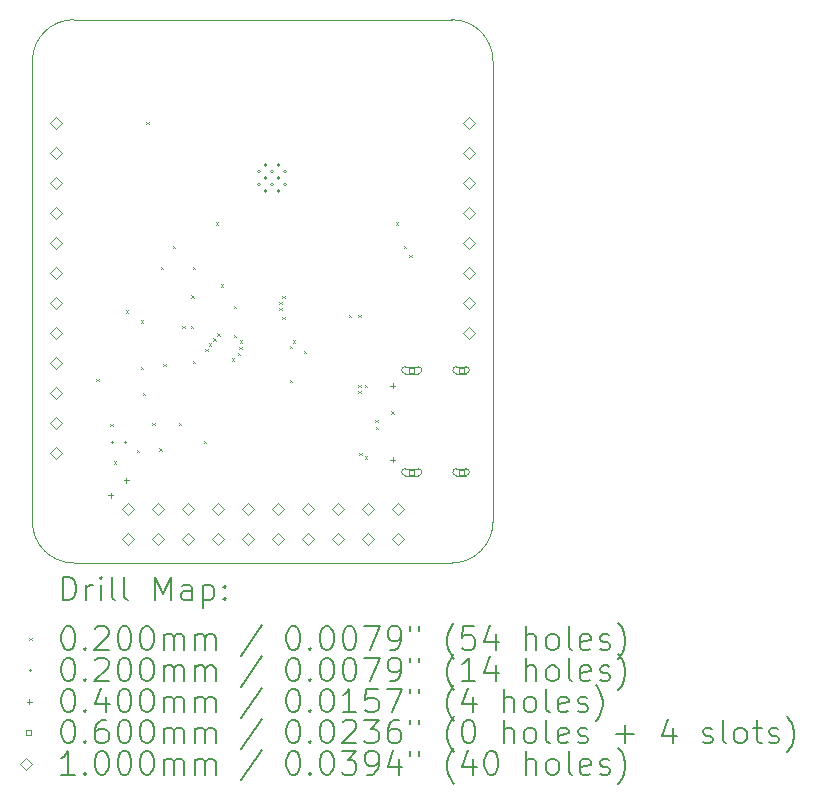
<source format=gbr>
%TF.GenerationSoftware,KiCad,Pcbnew,8.0.4*%
%TF.CreationDate,2024-09-07T18:47:56+01:00*%
%TF.ProjectId,Microll,4d696372-6f6c-46c2-9e6b-696361645f70,rev?*%
%TF.SameCoordinates,PX564eba0PY53724e0*%
%TF.FileFunction,Drillmap*%
%TF.FilePolarity,Positive*%
%FSLAX45Y45*%
G04 Gerber Fmt 4.5, Leading zero omitted, Abs format (unit mm)*
G04 Created by KiCad (PCBNEW 8.0.4) date 2024-09-07 18:47:56*
%MOMM*%
%LPD*%
G01*
G04 APERTURE LIST*
%ADD10C,0.100000*%
%ADD11C,0.200000*%
G04 APERTURE END LIST*
D10*
X0Y4250000D02*
X3200000Y4250000D01*
X3200000Y4250000D02*
G75*
G02*
X3550000Y3900000I0J-350000D01*
G01*
X3550000Y0D02*
G75*
G02*
X3200000Y-350000I-350000J0D01*
G01*
X-350000Y0D02*
X-350000Y3900000D01*
X3550000Y3900000D02*
X3550000Y0D01*
X3200000Y-350000D02*
X0Y-350000D01*
X0Y-350000D02*
G75*
G02*
X-350000Y0I0J350000D01*
G01*
X-350000Y3900000D02*
G75*
G02*
X0Y4250000I350000J0D01*
G01*
D11*
D10*
X190000Y1210000D02*
X210000Y1190000D01*
X210000Y1210000D02*
X190000Y1190000D01*
X310000Y830000D02*
X330000Y810000D01*
X330000Y830000D02*
X310000Y810000D01*
X340000Y510000D02*
X360000Y490000D01*
X360000Y510000D02*
X340000Y490000D01*
X440000Y1787700D02*
X460000Y1767700D01*
X460000Y1787700D02*
X440000Y1767700D01*
X535000Y610000D02*
X555000Y590000D01*
X555000Y610000D02*
X535000Y590000D01*
X567500Y1703200D02*
X587500Y1683200D01*
X587500Y1703200D02*
X567500Y1683200D01*
X567500Y1310000D02*
X587500Y1290000D01*
X587500Y1310000D02*
X567500Y1290000D01*
X585052Y1090052D02*
X605052Y1070052D01*
X605052Y1090052D02*
X585052Y1070052D01*
X615000Y3385000D02*
X635000Y3365000D01*
X635000Y3385000D02*
X615000Y3365000D01*
X665000Y835000D02*
X685000Y815000D01*
X685000Y835000D02*
X665000Y815000D01*
X725000Y620000D02*
X745000Y600000D01*
X745000Y620000D02*
X725000Y600000D01*
X735000Y2156000D02*
X755000Y2136000D01*
X755000Y2156000D02*
X735000Y2136000D01*
X757500Y1335000D02*
X777500Y1315000D01*
X777500Y1335000D02*
X757500Y1315000D01*
X840000Y2335000D02*
X860000Y2315000D01*
X860000Y2335000D02*
X840000Y2315000D01*
X887500Y835000D02*
X907500Y815000D01*
X907500Y835000D02*
X887500Y815000D01*
X920000Y1660000D02*
X940000Y1640000D01*
X940000Y1660000D02*
X920000Y1640000D01*
X990000Y1660000D02*
X1010000Y1640000D01*
X1010000Y1660000D02*
X990000Y1640000D01*
X995000Y1914700D02*
X1015000Y1894700D01*
X1015000Y1914700D02*
X995000Y1894700D01*
X1010000Y2155000D02*
X1030000Y2135000D01*
X1030000Y2155000D02*
X1010000Y2135000D01*
X1010000Y1360000D02*
X1030000Y1340000D01*
X1030000Y1360000D02*
X1010000Y1340000D01*
X1100000Y685000D02*
X1120000Y665000D01*
X1120000Y685000D02*
X1100000Y665000D01*
X1115427Y1464115D02*
X1135427Y1444115D01*
X1135427Y1464115D02*
X1115427Y1444115D01*
X1144154Y1511017D02*
X1164154Y1491017D01*
X1164154Y1511017D02*
X1144154Y1491017D01*
X1181590Y1551310D02*
X1201590Y1531310D01*
X1201590Y1551310D02*
X1181590Y1531310D01*
X1202500Y2535000D02*
X1222500Y2515000D01*
X1222500Y2535000D02*
X1202500Y2515000D01*
X1215000Y1595000D02*
X1235000Y1575000D01*
X1235000Y1595000D02*
X1215000Y1575000D01*
X1248000Y2010000D02*
X1268000Y1990000D01*
X1268000Y2010000D02*
X1248000Y1990000D01*
X1340000Y1382500D02*
X1360000Y1362500D01*
X1360000Y1382500D02*
X1340000Y1362500D01*
X1355000Y1827500D02*
X1375000Y1807500D01*
X1375000Y1827500D02*
X1355000Y1807500D01*
X1355000Y1582500D02*
X1375000Y1562500D01*
X1375000Y1582500D02*
X1355000Y1562500D01*
X1390000Y1427500D02*
X1410000Y1407500D01*
X1410000Y1427500D02*
X1390000Y1407500D01*
X1401524Y1481279D02*
X1421524Y1461279D01*
X1421524Y1481279D02*
X1401524Y1461279D01*
X1404387Y1536205D02*
X1424387Y1516205D01*
X1424387Y1536205D02*
X1404387Y1516205D01*
X1740000Y1860000D02*
X1760000Y1840000D01*
X1760000Y1860000D02*
X1740000Y1840000D01*
X1740000Y1810000D02*
X1760000Y1790000D01*
X1760000Y1810000D02*
X1740000Y1790000D01*
X1765000Y1910000D02*
X1785000Y1890000D01*
X1785000Y1910000D02*
X1765000Y1890000D01*
X1765000Y1735000D02*
X1785000Y1715000D01*
X1785000Y1735000D02*
X1765000Y1715000D01*
X1828532Y1488562D02*
X1848532Y1468562D01*
X1848532Y1488562D02*
X1828532Y1468562D01*
X1830000Y1200000D02*
X1850000Y1180000D01*
X1850000Y1200000D02*
X1830000Y1180000D01*
X1857500Y1535315D02*
X1877500Y1515315D01*
X1877500Y1535315D02*
X1857500Y1515315D01*
X1946194Y1443590D02*
X1966194Y1423590D01*
X1966194Y1443590D02*
X1946194Y1423590D01*
X2330000Y1750000D02*
X2350000Y1730000D01*
X2350000Y1750000D02*
X2330000Y1730000D01*
X2410000Y1160000D02*
X2430000Y1140000D01*
X2430000Y1160000D02*
X2410000Y1140000D01*
X2410000Y1750000D02*
X2430000Y1730000D01*
X2430000Y1750000D02*
X2410000Y1730000D01*
X2410001Y1105000D02*
X2430001Y1085000D01*
X2430001Y1105000D02*
X2410001Y1085000D01*
X2417500Y581200D02*
X2437500Y561200D01*
X2437500Y581200D02*
X2417500Y561200D01*
X2465000Y1160000D02*
X2485000Y1140000D01*
X2485000Y1160000D02*
X2465000Y1140000D01*
X2465000Y553000D02*
X2485000Y533000D01*
X2485000Y553000D02*
X2465000Y533000D01*
X2554948Y860052D02*
X2574948Y840052D01*
X2574948Y860052D02*
X2554948Y840052D01*
X2560000Y805000D02*
X2580000Y785000D01*
X2580000Y805000D02*
X2560000Y785000D01*
X2690000Y935000D02*
X2710000Y915000D01*
X2710000Y935000D02*
X2690000Y915000D01*
X2725000Y2535000D02*
X2745000Y2515000D01*
X2745000Y2535000D02*
X2725000Y2515000D01*
X2792500Y2332500D02*
X2812500Y2312500D01*
X2812500Y2332500D02*
X2792500Y2312500D01*
X2840000Y2260000D02*
X2860000Y2240000D01*
X2860000Y2260000D02*
X2840000Y2240000D01*
X340000Y670000D02*
G75*
G02*
X320000Y670000I-10000J0D01*
G01*
X320000Y670000D02*
G75*
G02*
X340000Y670000I10000J0D01*
G01*
X450000Y670000D02*
G75*
G02*
X430000Y670000I-10000J0D01*
G01*
X430000Y670000D02*
G75*
G02*
X450000Y670000I10000J0D01*
G01*
X1578800Y2965000D02*
G75*
G02*
X1558800Y2965000I-10000J0D01*
G01*
X1558800Y2965000D02*
G75*
G02*
X1578800Y2965000I10000J0D01*
G01*
X1578800Y2855000D02*
G75*
G02*
X1558800Y2855000I-10000J0D01*
G01*
X1558800Y2855000D02*
G75*
G02*
X1578800Y2855000I10000J0D01*
G01*
X1633800Y3020000D02*
G75*
G02*
X1613800Y3020000I-10000J0D01*
G01*
X1613800Y3020000D02*
G75*
G02*
X1633800Y3020000I10000J0D01*
G01*
X1633800Y2910000D02*
G75*
G02*
X1613800Y2910000I-10000J0D01*
G01*
X1613800Y2910000D02*
G75*
G02*
X1633800Y2910000I10000J0D01*
G01*
X1633800Y2800000D02*
G75*
G02*
X1613800Y2800000I-10000J0D01*
G01*
X1613800Y2800000D02*
G75*
G02*
X1633800Y2800000I10000J0D01*
G01*
X1688800Y2965000D02*
G75*
G02*
X1668800Y2965000I-10000J0D01*
G01*
X1668800Y2965000D02*
G75*
G02*
X1688800Y2965000I10000J0D01*
G01*
X1688800Y2855000D02*
G75*
G02*
X1668800Y2855000I-10000J0D01*
G01*
X1668800Y2855000D02*
G75*
G02*
X1688800Y2855000I10000J0D01*
G01*
X1743800Y3020000D02*
G75*
G02*
X1723800Y3020000I-10000J0D01*
G01*
X1723800Y3020000D02*
G75*
G02*
X1743800Y3020000I10000J0D01*
G01*
X1743800Y2910000D02*
G75*
G02*
X1723800Y2910000I-10000J0D01*
G01*
X1723800Y2910000D02*
G75*
G02*
X1743800Y2910000I10000J0D01*
G01*
X1743800Y2800000D02*
G75*
G02*
X1723800Y2800000I-10000J0D01*
G01*
X1723800Y2800000D02*
G75*
G02*
X1743800Y2800000I10000J0D01*
G01*
X1798800Y2965000D02*
G75*
G02*
X1778800Y2965000I-10000J0D01*
G01*
X1778800Y2965000D02*
G75*
G02*
X1798800Y2965000I10000J0D01*
G01*
X1798800Y2855000D02*
G75*
G02*
X1778800Y2855000I-10000J0D01*
G01*
X1778800Y2855000D02*
G75*
G02*
X1798800Y2855000I10000J0D01*
G01*
X313750Y241250D02*
X313750Y201250D01*
X293750Y221250D02*
X333750Y221250D01*
X445500Y370000D02*
X445500Y330000D01*
X425500Y350000D02*
X465500Y350000D01*
X2700000Y1170000D02*
X2700000Y1130000D01*
X2680000Y1150000D02*
X2720000Y1150000D01*
X2700000Y545000D02*
X2700000Y505000D01*
X2680000Y525000D02*
X2720000Y525000D01*
X2882713Y1261737D02*
X2882713Y1304163D01*
X2840287Y1304163D01*
X2840287Y1261737D01*
X2882713Y1261737D01*
X2806500Y1252950D02*
X2916500Y1252950D01*
X2916500Y1312950D02*
G75*
G02*
X2916500Y1252950I0J-30000D01*
G01*
X2916500Y1312950D02*
X2806500Y1312950D01*
X2806500Y1312950D02*
G75*
G03*
X2806500Y1252950I0J-30000D01*
G01*
X2882713Y397737D02*
X2882713Y440163D01*
X2840287Y440163D01*
X2840287Y397737D01*
X2882713Y397737D01*
X2806500Y388950D02*
X2916500Y388950D01*
X2916500Y448950D02*
G75*
G02*
X2916500Y388950I0J-30000D01*
G01*
X2916500Y448950D02*
X2806500Y448950D01*
X2806500Y448950D02*
G75*
G03*
X2806500Y388950I0J-30000D01*
G01*
X3300713Y1261737D02*
X3300713Y1304163D01*
X3258287Y1304163D01*
X3258287Y1261737D01*
X3300713Y1261737D01*
X3239500Y1252950D02*
X3319500Y1252950D01*
X3319500Y1312950D02*
G75*
G02*
X3319500Y1252950I0J-30000D01*
G01*
X3319500Y1312950D02*
X3239500Y1312950D01*
X3239500Y1312950D02*
G75*
G03*
X3239500Y1252950I0J-30000D01*
G01*
X3300713Y397737D02*
X3300713Y440163D01*
X3258287Y440163D01*
X3258287Y397737D01*
X3300713Y397737D01*
X3239500Y388950D02*
X3319500Y388950D01*
X3319500Y448950D02*
G75*
G02*
X3319500Y388950I0J-30000D01*
G01*
X3319500Y448950D02*
X3239500Y448950D01*
X3239500Y448950D02*
G75*
G03*
X3239500Y388950I0J-30000D01*
G01*
X-150000Y3325000D02*
X-100000Y3375000D01*
X-150000Y3425000D01*
X-200000Y3375000D01*
X-150000Y3325000D01*
X-150000Y3071000D02*
X-100000Y3121000D01*
X-150000Y3171000D01*
X-200000Y3121000D01*
X-150000Y3071000D01*
X-150000Y2817000D02*
X-100000Y2867000D01*
X-150000Y2917000D01*
X-200000Y2867000D01*
X-150000Y2817000D01*
X-150000Y2563000D02*
X-100000Y2613000D01*
X-150000Y2663000D01*
X-200000Y2613000D01*
X-150000Y2563000D01*
X-150000Y2309000D02*
X-100000Y2359000D01*
X-150000Y2409000D01*
X-200000Y2359000D01*
X-150000Y2309000D01*
X-150000Y2055000D02*
X-100000Y2105000D01*
X-150000Y2155000D01*
X-200000Y2105000D01*
X-150000Y2055000D01*
X-150000Y1801000D02*
X-100000Y1851000D01*
X-150000Y1901000D01*
X-200000Y1851000D01*
X-150000Y1801000D01*
X-150000Y1547000D02*
X-100000Y1597000D01*
X-150000Y1647000D01*
X-200000Y1597000D01*
X-150000Y1547000D01*
X-150000Y1293000D02*
X-100000Y1343000D01*
X-150000Y1393000D01*
X-200000Y1343000D01*
X-150000Y1293000D01*
X-150000Y1039000D02*
X-100000Y1089000D01*
X-150000Y1139000D01*
X-200000Y1089000D01*
X-150000Y1039000D01*
X-150000Y785000D02*
X-100000Y835000D01*
X-150000Y885000D01*
X-200000Y835000D01*
X-150000Y785000D01*
X-150000Y531000D02*
X-100000Y581000D01*
X-150000Y631000D01*
X-200000Y581000D01*
X-150000Y531000D01*
X460000Y54000D02*
X510000Y104000D01*
X460000Y154000D01*
X410000Y104000D01*
X460000Y54000D01*
X460000Y-200000D02*
X510000Y-150000D01*
X460000Y-100000D01*
X410000Y-150000D01*
X460000Y-200000D01*
X714000Y54000D02*
X764000Y104000D01*
X714000Y154000D01*
X664000Y104000D01*
X714000Y54000D01*
X714000Y-200000D02*
X764000Y-150000D01*
X714000Y-100000D01*
X664000Y-150000D01*
X714000Y-200000D01*
X968000Y54000D02*
X1018000Y104000D01*
X968000Y154000D01*
X918000Y104000D01*
X968000Y54000D01*
X968000Y-200000D02*
X1018000Y-150000D01*
X968000Y-100000D01*
X918000Y-150000D01*
X968000Y-200000D01*
X1222000Y54000D02*
X1272000Y104000D01*
X1222000Y154000D01*
X1172000Y104000D01*
X1222000Y54000D01*
X1222000Y-200000D02*
X1272000Y-150000D01*
X1222000Y-100000D01*
X1172000Y-150000D01*
X1222000Y-200000D01*
X1476000Y54000D02*
X1526000Y104000D01*
X1476000Y154000D01*
X1426000Y104000D01*
X1476000Y54000D01*
X1476000Y-200000D02*
X1526000Y-150000D01*
X1476000Y-100000D01*
X1426000Y-150000D01*
X1476000Y-200000D01*
X1730000Y54000D02*
X1780000Y104000D01*
X1730000Y154000D01*
X1680000Y104000D01*
X1730000Y54000D01*
X1730000Y-200000D02*
X1780000Y-150000D01*
X1730000Y-100000D01*
X1680000Y-150000D01*
X1730000Y-200000D01*
X1984000Y54000D02*
X2034000Y104000D01*
X1984000Y154000D01*
X1934000Y104000D01*
X1984000Y54000D01*
X1984000Y-200000D02*
X2034000Y-150000D01*
X1984000Y-100000D01*
X1934000Y-150000D01*
X1984000Y-200000D01*
X2238000Y54000D02*
X2288000Y104000D01*
X2238000Y154000D01*
X2188000Y104000D01*
X2238000Y54000D01*
X2238000Y-200000D02*
X2288000Y-150000D01*
X2238000Y-100000D01*
X2188000Y-150000D01*
X2238000Y-200000D01*
X2492000Y54000D02*
X2542000Y104000D01*
X2492000Y154000D01*
X2442000Y104000D01*
X2492000Y54000D01*
X2492000Y-200000D02*
X2542000Y-150000D01*
X2492000Y-100000D01*
X2442000Y-150000D01*
X2492000Y-200000D01*
X2746000Y54000D02*
X2796000Y104000D01*
X2746000Y154000D01*
X2696000Y104000D01*
X2746000Y54000D01*
X2746000Y-200000D02*
X2796000Y-150000D01*
X2746000Y-100000D01*
X2696000Y-150000D01*
X2746000Y-200000D01*
X3350000Y3325000D02*
X3400000Y3375000D01*
X3350000Y3425000D01*
X3300000Y3375000D01*
X3350000Y3325000D01*
X3350000Y3071000D02*
X3400000Y3121000D01*
X3350000Y3171000D01*
X3300000Y3121000D01*
X3350000Y3071000D01*
X3350000Y2817000D02*
X3400000Y2867000D01*
X3350000Y2917000D01*
X3300000Y2867000D01*
X3350000Y2817000D01*
X3350000Y2563000D02*
X3400000Y2613000D01*
X3350000Y2663000D01*
X3300000Y2613000D01*
X3350000Y2563000D01*
X3350000Y2309000D02*
X3400000Y2359000D01*
X3350000Y2409000D01*
X3300000Y2359000D01*
X3350000Y2309000D01*
X3350000Y2055000D02*
X3400000Y2105000D01*
X3350000Y2155000D01*
X3300000Y2105000D01*
X3350000Y2055000D01*
X3350000Y1801000D02*
X3400000Y1851000D01*
X3350000Y1901000D01*
X3300000Y1851000D01*
X3350000Y1801000D01*
X3350000Y1547000D02*
X3400000Y1597000D01*
X3350000Y1647000D01*
X3300000Y1597000D01*
X3350000Y1547000D01*
D11*
X-94223Y-666484D02*
X-94223Y-466484D01*
X-94223Y-466484D02*
X-46604Y-466484D01*
X-46604Y-466484D02*
X-18033Y-476008D01*
X-18033Y-476008D02*
X1015Y-495055D01*
X1015Y-495055D02*
X10539Y-514103D01*
X10539Y-514103D02*
X20063Y-552198D01*
X20063Y-552198D02*
X20063Y-580770D01*
X20063Y-580770D02*
X10539Y-618865D01*
X10539Y-618865D02*
X1015Y-637912D01*
X1015Y-637912D02*
X-18033Y-656960D01*
X-18033Y-656960D02*
X-46604Y-666484D01*
X-46604Y-666484D02*
X-94223Y-666484D01*
X105777Y-666484D02*
X105777Y-533150D01*
X105777Y-571246D02*
X115301Y-552198D01*
X115301Y-552198D02*
X124824Y-542674D01*
X124824Y-542674D02*
X143872Y-533150D01*
X143872Y-533150D02*
X162920Y-533150D01*
X229586Y-666484D02*
X229586Y-533150D01*
X229586Y-466484D02*
X220062Y-476008D01*
X220062Y-476008D02*
X229586Y-485531D01*
X229586Y-485531D02*
X239110Y-476008D01*
X239110Y-476008D02*
X229586Y-466484D01*
X229586Y-466484D02*
X229586Y-485531D01*
X353396Y-666484D02*
X334348Y-656960D01*
X334348Y-656960D02*
X324824Y-637912D01*
X324824Y-637912D02*
X324824Y-466484D01*
X458158Y-666484D02*
X439110Y-656960D01*
X439110Y-656960D02*
X429586Y-637912D01*
X429586Y-637912D02*
X429586Y-466484D01*
X686729Y-666484D02*
X686729Y-466484D01*
X686729Y-466484D02*
X753396Y-609341D01*
X753396Y-609341D02*
X820062Y-466484D01*
X820062Y-466484D02*
X820062Y-666484D01*
X1001015Y-666484D02*
X1001015Y-561722D01*
X1001015Y-561722D02*
X991491Y-542674D01*
X991491Y-542674D02*
X972443Y-533150D01*
X972443Y-533150D02*
X934348Y-533150D01*
X934348Y-533150D02*
X915301Y-542674D01*
X1001015Y-656960D02*
X981967Y-666484D01*
X981967Y-666484D02*
X934348Y-666484D01*
X934348Y-666484D02*
X915301Y-656960D01*
X915301Y-656960D02*
X905777Y-637912D01*
X905777Y-637912D02*
X905777Y-618865D01*
X905777Y-618865D02*
X915301Y-599817D01*
X915301Y-599817D02*
X934348Y-590293D01*
X934348Y-590293D02*
X981967Y-590293D01*
X981967Y-590293D02*
X1001015Y-580770D01*
X1096253Y-533150D02*
X1096253Y-733150D01*
X1096253Y-542674D02*
X1115301Y-533150D01*
X1115301Y-533150D02*
X1153396Y-533150D01*
X1153396Y-533150D02*
X1172444Y-542674D01*
X1172444Y-542674D02*
X1181967Y-552198D01*
X1181967Y-552198D02*
X1191491Y-571246D01*
X1191491Y-571246D02*
X1191491Y-628389D01*
X1191491Y-628389D02*
X1181967Y-647436D01*
X1181967Y-647436D02*
X1172444Y-656960D01*
X1172444Y-656960D02*
X1153396Y-666484D01*
X1153396Y-666484D02*
X1115301Y-666484D01*
X1115301Y-666484D02*
X1096253Y-656960D01*
X1277205Y-647436D02*
X1286729Y-656960D01*
X1286729Y-656960D02*
X1277205Y-666484D01*
X1277205Y-666484D02*
X1267682Y-656960D01*
X1267682Y-656960D02*
X1277205Y-647436D01*
X1277205Y-647436D02*
X1277205Y-666484D01*
X1277205Y-542674D02*
X1286729Y-552198D01*
X1286729Y-552198D02*
X1277205Y-561722D01*
X1277205Y-561722D02*
X1267682Y-552198D01*
X1267682Y-552198D02*
X1277205Y-542674D01*
X1277205Y-542674D02*
X1277205Y-561722D01*
D10*
X-375000Y-985000D02*
X-355000Y-1005000D01*
X-355000Y-985000D02*
X-375000Y-1005000D01*
D11*
X-56128Y-886484D02*
X-37080Y-886484D01*
X-37080Y-886484D02*
X-18033Y-896008D01*
X-18033Y-896008D02*
X-8509Y-905531D01*
X-8509Y-905531D02*
X1015Y-924579D01*
X1015Y-924579D02*
X10539Y-962674D01*
X10539Y-962674D02*
X10539Y-1010293D01*
X10539Y-1010293D02*
X1015Y-1048388D01*
X1015Y-1048388D02*
X-8509Y-1067436D01*
X-8509Y-1067436D02*
X-18033Y-1076960D01*
X-18033Y-1076960D02*
X-37080Y-1086484D01*
X-37080Y-1086484D02*
X-56128Y-1086484D01*
X-56128Y-1086484D02*
X-75176Y-1076960D01*
X-75176Y-1076960D02*
X-84699Y-1067436D01*
X-84699Y-1067436D02*
X-94223Y-1048388D01*
X-94223Y-1048388D02*
X-103747Y-1010293D01*
X-103747Y-1010293D02*
X-103747Y-962674D01*
X-103747Y-962674D02*
X-94223Y-924579D01*
X-94223Y-924579D02*
X-84699Y-905531D01*
X-84699Y-905531D02*
X-75176Y-896008D01*
X-75176Y-896008D02*
X-56128Y-886484D01*
X96253Y-1067436D02*
X105777Y-1076960D01*
X105777Y-1076960D02*
X96253Y-1086484D01*
X96253Y-1086484D02*
X86729Y-1076960D01*
X86729Y-1076960D02*
X96253Y-1067436D01*
X96253Y-1067436D02*
X96253Y-1086484D01*
X181967Y-905531D02*
X191491Y-896008D01*
X191491Y-896008D02*
X210539Y-886484D01*
X210539Y-886484D02*
X258158Y-886484D01*
X258158Y-886484D02*
X277205Y-896008D01*
X277205Y-896008D02*
X286729Y-905531D01*
X286729Y-905531D02*
X296253Y-924579D01*
X296253Y-924579D02*
X296253Y-943627D01*
X296253Y-943627D02*
X286729Y-972198D01*
X286729Y-972198D02*
X172444Y-1086484D01*
X172444Y-1086484D02*
X296253Y-1086484D01*
X420062Y-886484D02*
X439110Y-886484D01*
X439110Y-886484D02*
X458158Y-896008D01*
X458158Y-896008D02*
X467682Y-905531D01*
X467682Y-905531D02*
X477205Y-924579D01*
X477205Y-924579D02*
X486729Y-962674D01*
X486729Y-962674D02*
X486729Y-1010293D01*
X486729Y-1010293D02*
X477205Y-1048388D01*
X477205Y-1048388D02*
X467682Y-1067436D01*
X467682Y-1067436D02*
X458158Y-1076960D01*
X458158Y-1076960D02*
X439110Y-1086484D01*
X439110Y-1086484D02*
X420062Y-1086484D01*
X420062Y-1086484D02*
X401015Y-1076960D01*
X401015Y-1076960D02*
X391491Y-1067436D01*
X391491Y-1067436D02*
X381967Y-1048388D01*
X381967Y-1048388D02*
X372443Y-1010293D01*
X372443Y-1010293D02*
X372443Y-962674D01*
X372443Y-962674D02*
X381967Y-924579D01*
X381967Y-924579D02*
X391491Y-905531D01*
X391491Y-905531D02*
X401015Y-896008D01*
X401015Y-896008D02*
X420062Y-886484D01*
X610539Y-886484D02*
X629586Y-886484D01*
X629586Y-886484D02*
X648634Y-896008D01*
X648634Y-896008D02*
X658158Y-905531D01*
X658158Y-905531D02*
X667682Y-924579D01*
X667682Y-924579D02*
X677205Y-962674D01*
X677205Y-962674D02*
X677205Y-1010293D01*
X677205Y-1010293D02*
X667682Y-1048388D01*
X667682Y-1048388D02*
X658158Y-1067436D01*
X658158Y-1067436D02*
X648634Y-1076960D01*
X648634Y-1076960D02*
X629586Y-1086484D01*
X629586Y-1086484D02*
X610539Y-1086484D01*
X610539Y-1086484D02*
X591491Y-1076960D01*
X591491Y-1076960D02*
X581967Y-1067436D01*
X581967Y-1067436D02*
X572444Y-1048388D01*
X572444Y-1048388D02*
X562920Y-1010293D01*
X562920Y-1010293D02*
X562920Y-962674D01*
X562920Y-962674D02*
X572444Y-924579D01*
X572444Y-924579D02*
X581967Y-905531D01*
X581967Y-905531D02*
X591491Y-896008D01*
X591491Y-896008D02*
X610539Y-886484D01*
X762920Y-1086484D02*
X762920Y-953150D01*
X762920Y-972198D02*
X772443Y-962674D01*
X772443Y-962674D02*
X791491Y-953150D01*
X791491Y-953150D02*
X820063Y-953150D01*
X820063Y-953150D02*
X839110Y-962674D01*
X839110Y-962674D02*
X848634Y-981722D01*
X848634Y-981722D02*
X848634Y-1086484D01*
X848634Y-981722D02*
X858158Y-962674D01*
X858158Y-962674D02*
X877205Y-953150D01*
X877205Y-953150D02*
X905777Y-953150D01*
X905777Y-953150D02*
X924824Y-962674D01*
X924824Y-962674D02*
X934348Y-981722D01*
X934348Y-981722D02*
X934348Y-1086484D01*
X1029586Y-1086484D02*
X1029586Y-953150D01*
X1029586Y-972198D02*
X1039110Y-962674D01*
X1039110Y-962674D02*
X1058158Y-953150D01*
X1058158Y-953150D02*
X1086729Y-953150D01*
X1086729Y-953150D02*
X1105777Y-962674D01*
X1105777Y-962674D02*
X1115301Y-981722D01*
X1115301Y-981722D02*
X1115301Y-1086484D01*
X1115301Y-981722D02*
X1124825Y-962674D01*
X1124825Y-962674D02*
X1143872Y-953150D01*
X1143872Y-953150D02*
X1172444Y-953150D01*
X1172444Y-953150D02*
X1191491Y-962674D01*
X1191491Y-962674D02*
X1201015Y-981722D01*
X1201015Y-981722D02*
X1201015Y-1086484D01*
X1591491Y-876960D02*
X1420063Y-1134103D01*
X1848634Y-886484D02*
X1867682Y-886484D01*
X1867682Y-886484D02*
X1886729Y-896008D01*
X1886729Y-896008D02*
X1896253Y-905531D01*
X1896253Y-905531D02*
X1905777Y-924579D01*
X1905777Y-924579D02*
X1915301Y-962674D01*
X1915301Y-962674D02*
X1915301Y-1010293D01*
X1915301Y-1010293D02*
X1905777Y-1048388D01*
X1905777Y-1048388D02*
X1896253Y-1067436D01*
X1896253Y-1067436D02*
X1886729Y-1076960D01*
X1886729Y-1076960D02*
X1867682Y-1086484D01*
X1867682Y-1086484D02*
X1848634Y-1086484D01*
X1848634Y-1086484D02*
X1829586Y-1076960D01*
X1829586Y-1076960D02*
X1820063Y-1067436D01*
X1820063Y-1067436D02*
X1810539Y-1048388D01*
X1810539Y-1048388D02*
X1801015Y-1010293D01*
X1801015Y-1010293D02*
X1801015Y-962674D01*
X1801015Y-962674D02*
X1810539Y-924579D01*
X1810539Y-924579D02*
X1820063Y-905531D01*
X1820063Y-905531D02*
X1829586Y-896008D01*
X1829586Y-896008D02*
X1848634Y-886484D01*
X2001015Y-1067436D02*
X2010539Y-1076960D01*
X2010539Y-1076960D02*
X2001015Y-1086484D01*
X2001015Y-1086484D02*
X1991491Y-1076960D01*
X1991491Y-1076960D02*
X2001015Y-1067436D01*
X2001015Y-1067436D02*
X2001015Y-1086484D01*
X2134348Y-886484D02*
X2153396Y-886484D01*
X2153396Y-886484D02*
X2172444Y-896008D01*
X2172444Y-896008D02*
X2181968Y-905531D01*
X2181968Y-905531D02*
X2191491Y-924579D01*
X2191491Y-924579D02*
X2201015Y-962674D01*
X2201015Y-962674D02*
X2201015Y-1010293D01*
X2201015Y-1010293D02*
X2191491Y-1048388D01*
X2191491Y-1048388D02*
X2181968Y-1067436D01*
X2181968Y-1067436D02*
X2172444Y-1076960D01*
X2172444Y-1076960D02*
X2153396Y-1086484D01*
X2153396Y-1086484D02*
X2134348Y-1086484D01*
X2134348Y-1086484D02*
X2115301Y-1076960D01*
X2115301Y-1076960D02*
X2105777Y-1067436D01*
X2105777Y-1067436D02*
X2096253Y-1048388D01*
X2096253Y-1048388D02*
X2086729Y-1010293D01*
X2086729Y-1010293D02*
X2086729Y-962674D01*
X2086729Y-962674D02*
X2096253Y-924579D01*
X2096253Y-924579D02*
X2105777Y-905531D01*
X2105777Y-905531D02*
X2115301Y-896008D01*
X2115301Y-896008D02*
X2134348Y-886484D01*
X2324825Y-886484D02*
X2343872Y-886484D01*
X2343872Y-886484D02*
X2362920Y-896008D01*
X2362920Y-896008D02*
X2372444Y-905531D01*
X2372444Y-905531D02*
X2381968Y-924579D01*
X2381968Y-924579D02*
X2391491Y-962674D01*
X2391491Y-962674D02*
X2391491Y-1010293D01*
X2391491Y-1010293D02*
X2381968Y-1048388D01*
X2381968Y-1048388D02*
X2372444Y-1067436D01*
X2372444Y-1067436D02*
X2362920Y-1076960D01*
X2362920Y-1076960D02*
X2343872Y-1086484D01*
X2343872Y-1086484D02*
X2324825Y-1086484D01*
X2324825Y-1086484D02*
X2305777Y-1076960D01*
X2305777Y-1076960D02*
X2296253Y-1067436D01*
X2296253Y-1067436D02*
X2286729Y-1048388D01*
X2286729Y-1048388D02*
X2277206Y-1010293D01*
X2277206Y-1010293D02*
X2277206Y-962674D01*
X2277206Y-962674D02*
X2286729Y-924579D01*
X2286729Y-924579D02*
X2296253Y-905531D01*
X2296253Y-905531D02*
X2305777Y-896008D01*
X2305777Y-896008D02*
X2324825Y-886484D01*
X2458158Y-886484D02*
X2591491Y-886484D01*
X2591491Y-886484D02*
X2505777Y-1086484D01*
X2677206Y-1086484D02*
X2715301Y-1086484D01*
X2715301Y-1086484D02*
X2734349Y-1076960D01*
X2734349Y-1076960D02*
X2743872Y-1067436D01*
X2743872Y-1067436D02*
X2762920Y-1038865D01*
X2762920Y-1038865D02*
X2772444Y-1000769D01*
X2772444Y-1000769D02*
X2772444Y-924579D01*
X2772444Y-924579D02*
X2762920Y-905531D01*
X2762920Y-905531D02*
X2753396Y-896008D01*
X2753396Y-896008D02*
X2734349Y-886484D01*
X2734349Y-886484D02*
X2696253Y-886484D01*
X2696253Y-886484D02*
X2677206Y-896008D01*
X2677206Y-896008D02*
X2667682Y-905531D01*
X2667682Y-905531D02*
X2658158Y-924579D01*
X2658158Y-924579D02*
X2658158Y-972198D01*
X2658158Y-972198D02*
X2667682Y-991246D01*
X2667682Y-991246D02*
X2677206Y-1000769D01*
X2677206Y-1000769D02*
X2696253Y-1010293D01*
X2696253Y-1010293D02*
X2734349Y-1010293D01*
X2734349Y-1010293D02*
X2753396Y-1000769D01*
X2753396Y-1000769D02*
X2762920Y-991246D01*
X2762920Y-991246D02*
X2772444Y-972198D01*
X2848634Y-886484D02*
X2848634Y-924579D01*
X2924825Y-886484D02*
X2924825Y-924579D01*
X3220063Y-1162674D02*
X3210539Y-1153150D01*
X3210539Y-1153150D02*
X3191491Y-1124579D01*
X3191491Y-1124579D02*
X3181968Y-1105531D01*
X3181968Y-1105531D02*
X3172444Y-1076960D01*
X3172444Y-1076960D02*
X3162920Y-1029341D01*
X3162920Y-1029341D02*
X3162920Y-991246D01*
X3162920Y-991246D02*
X3172444Y-943627D01*
X3172444Y-943627D02*
X3181968Y-915055D01*
X3181968Y-915055D02*
X3191491Y-896008D01*
X3191491Y-896008D02*
X3210539Y-867436D01*
X3210539Y-867436D02*
X3220063Y-857912D01*
X3391491Y-886484D02*
X3296253Y-886484D01*
X3296253Y-886484D02*
X3286729Y-981722D01*
X3286729Y-981722D02*
X3296253Y-972198D01*
X3296253Y-972198D02*
X3315301Y-962674D01*
X3315301Y-962674D02*
X3362920Y-962674D01*
X3362920Y-962674D02*
X3381968Y-972198D01*
X3381968Y-972198D02*
X3391491Y-981722D01*
X3391491Y-981722D02*
X3401015Y-1000769D01*
X3401015Y-1000769D02*
X3401015Y-1048388D01*
X3401015Y-1048388D02*
X3391491Y-1067436D01*
X3391491Y-1067436D02*
X3381968Y-1076960D01*
X3381968Y-1076960D02*
X3362920Y-1086484D01*
X3362920Y-1086484D02*
X3315301Y-1086484D01*
X3315301Y-1086484D02*
X3296253Y-1076960D01*
X3296253Y-1076960D02*
X3286729Y-1067436D01*
X3572444Y-953150D02*
X3572444Y-1086484D01*
X3524825Y-876960D02*
X3477206Y-1019817D01*
X3477206Y-1019817D02*
X3601015Y-1019817D01*
X3829587Y-1086484D02*
X3829587Y-886484D01*
X3915301Y-1086484D02*
X3915301Y-981722D01*
X3915301Y-981722D02*
X3905777Y-962674D01*
X3905777Y-962674D02*
X3886730Y-953150D01*
X3886730Y-953150D02*
X3858158Y-953150D01*
X3858158Y-953150D02*
X3839110Y-962674D01*
X3839110Y-962674D02*
X3829587Y-972198D01*
X4039110Y-1086484D02*
X4020063Y-1076960D01*
X4020063Y-1076960D02*
X4010539Y-1067436D01*
X4010539Y-1067436D02*
X4001015Y-1048388D01*
X4001015Y-1048388D02*
X4001015Y-991246D01*
X4001015Y-991246D02*
X4010539Y-972198D01*
X4010539Y-972198D02*
X4020063Y-962674D01*
X4020063Y-962674D02*
X4039110Y-953150D01*
X4039110Y-953150D02*
X4067682Y-953150D01*
X4067682Y-953150D02*
X4086730Y-962674D01*
X4086730Y-962674D02*
X4096253Y-972198D01*
X4096253Y-972198D02*
X4105777Y-991246D01*
X4105777Y-991246D02*
X4105777Y-1048388D01*
X4105777Y-1048388D02*
X4096253Y-1067436D01*
X4096253Y-1067436D02*
X4086730Y-1076960D01*
X4086730Y-1076960D02*
X4067682Y-1086484D01*
X4067682Y-1086484D02*
X4039110Y-1086484D01*
X4220063Y-1086484D02*
X4201015Y-1076960D01*
X4201015Y-1076960D02*
X4191491Y-1057912D01*
X4191491Y-1057912D02*
X4191491Y-886484D01*
X4372444Y-1076960D02*
X4353396Y-1086484D01*
X4353396Y-1086484D02*
X4315301Y-1086484D01*
X4315301Y-1086484D02*
X4296253Y-1076960D01*
X4296253Y-1076960D02*
X4286730Y-1057912D01*
X4286730Y-1057912D02*
X4286730Y-981722D01*
X4286730Y-981722D02*
X4296253Y-962674D01*
X4296253Y-962674D02*
X4315301Y-953150D01*
X4315301Y-953150D02*
X4353396Y-953150D01*
X4353396Y-953150D02*
X4372444Y-962674D01*
X4372444Y-962674D02*
X4381968Y-981722D01*
X4381968Y-981722D02*
X4381968Y-1000769D01*
X4381968Y-1000769D02*
X4286730Y-1019817D01*
X4458158Y-1076960D02*
X4477206Y-1086484D01*
X4477206Y-1086484D02*
X4515301Y-1086484D01*
X4515301Y-1086484D02*
X4534349Y-1076960D01*
X4534349Y-1076960D02*
X4543873Y-1057912D01*
X4543873Y-1057912D02*
X4543873Y-1048388D01*
X4543873Y-1048388D02*
X4534349Y-1029341D01*
X4534349Y-1029341D02*
X4515301Y-1019817D01*
X4515301Y-1019817D02*
X4486730Y-1019817D01*
X4486730Y-1019817D02*
X4467682Y-1010293D01*
X4467682Y-1010293D02*
X4458158Y-991246D01*
X4458158Y-991246D02*
X4458158Y-981722D01*
X4458158Y-981722D02*
X4467682Y-962674D01*
X4467682Y-962674D02*
X4486730Y-953150D01*
X4486730Y-953150D02*
X4515301Y-953150D01*
X4515301Y-953150D02*
X4534349Y-962674D01*
X4610539Y-1162674D02*
X4620063Y-1153150D01*
X4620063Y-1153150D02*
X4639111Y-1124579D01*
X4639111Y-1124579D02*
X4648634Y-1105531D01*
X4648634Y-1105531D02*
X4658158Y-1076960D01*
X4658158Y-1076960D02*
X4667682Y-1029341D01*
X4667682Y-1029341D02*
X4667682Y-991246D01*
X4667682Y-991246D02*
X4658158Y-943627D01*
X4658158Y-943627D02*
X4648634Y-915055D01*
X4648634Y-915055D02*
X4639111Y-896008D01*
X4639111Y-896008D02*
X4620063Y-867436D01*
X4620063Y-867436D02*
X4610539Y-857912D01*
D10*
X-355000Y-1259000D02*
G75*
G02*
X-375000Y-1259000I-10000J0D01*
G01*
X-375000Y-1259000D02*
G75*
G02*
X-355000Y-1259000I10000J0D01*
G01*
D11*
X-56128Y-1150484D02*
X-37080Y-1150484D01*
X-37080Y-1150484D02*
X-18033Y-1160008D01*
X-18033Y-1160008D02*
X-8509Y-1169531D01*
X-8509Y-1169531D02*
X1015Y-1188579D01*
X1015Y-1188579D02*
X10539Y-1226674D01*
X10539Y-1226674D02*
X10539Y-1274293D01*
X10539Y-1274293D02*
X1015Y-1312389D01*
X1015Y-1312389D02*
X-8509Y-1331436D01*
X-8509Y-1331436D02*
X-18033Y-1340960D01*
X-18033Y-1340960D02*
X-37080Y-1350484D01*
X-37080Y-1350484D02*
X-56128Y-1350484D01*
X-56128Y-1350484D02*
X-75176Y-1340960D01*
X-75176Y-1340960D02*
X-84699Y-1331436D01*
X-84699Y-1331436D02*
X-94223Y-1312389D01*
X-94223Y-1312389D02*
X-103747Y-1274293D01*
X-103747Y-1274293D02*
X-103747Y-1226674D01*
X-103747Y-1226674D02*
X-94223Y-1188579D01*
X-94223Y-1188579D02*
X-84699Y-1169531D01*
X-84699Y-1169531D02*
X-75176Y-1160008D01*
X-75176Y-1160008D02*
X-56128Y-1150484D01*
X96253Y-1331436D02*
X105777Y-1340960D01*
X105777Y-1340960D02*
X96253Y-1350484D01*
X96253Y-1350484D02*
X86729Y-1340960D01*
X86729Y-1340960D02*
X96253Y-1331436D01*
X96253Y-1331436D02*
X96253Y-1350484D01*
X181967Y-1169531D02*
X191491Y-1160008D01*
X191491Y-1160008D02*
X210539Y-1150484D01*
X210539Y-1150484D02*
X258158Y-1150484D01*
X258158Y-1150484D02*
X277205Y-1160008D01*
X277205Y-1160008D02*
X286729Y-1169531D01*
X286729Y-1169531D02*
X296253Y-1188579D01*
X296253Y-1188579D02*
X296253Y-1207627D01*
X296253Y-1207627D02*
X286729Y-1236198D01*
X286729Y-1236198D02*
X172444Y-1350484D01*
X172444Y-1350484D02*
X296253Y-1350484D01*
X420062Y-1150484D02*
X439110Y-1150484D01*
X439110Y-1150484D02*
X458158Y-1160008D01*
X458158Y-1160008D02*
X467682Y-1169531D01*
X467682Y-1169531D02*
X477205Y-1188579D01*
X477205Y-1188579D02*
X486729Y-1226674D01*
X486729Y-1226674D02*
X486729Y-1274293D01*
X486729Y-1274293D02*
X477205Y-1312389D01*
X477205Y-1312389D02*
X467682Y-1331436D01*
X467682Y-1331436D02*
X458158Y-1340960D01*
X458158Y-1340960D02*
X439110Y-1350484D01*
X439110Y-1350484D02*
X420062Y-1350484D01*
X420062Y-1350484D02*
X401015Y-1340960D01*
X401015Y-1340960D02*
X391491Y-1331436D01*
X391491Y-1331436D02*
X381967Y-1312389D01*
X381967Y-1312389D02*
X372443Y-1274293D01*
X372443Y-1274293D02*
X372443Y-1226674D01*
X372443Y-1226674D02*
X381967Y-1188579D01*
X381967Y-1188579D02*
X391491Y-1169531D01*
X391491Y-1169531D02*
X401015Y-1160008D01*
X401015Y-1160008D02*
X420062Y-1150484D01*
X610539Y-1150484D02*
X629586Y-1150484D01*
X629586Y-1150484D02*
X648634Y-1160008D01*
X648634Y-1160008D02*
X658158Y-1169531D01*
X658158Y-1169531D02*
X667682Y-1188579D01*
X667682Y-1188579D02*
X677205Y-1226674D01*
X677205Y-1226674D02*
X677205Y-1274293D01*
X677205Y-1274293D02*
X667682Y-1312389D01*
X667682Y-1312389D02*
X658158Y-1331436D01*
X658158Y-1331436D02*
X648634Y-1340960D01*
X648634Y-1340960D02*
X629586Y-1350484D01*
X629586Y-1350484D02*
X610539Y-1350484D01*
X610539Y-1350484D02*
X591491Y-1340960D01*
X591491Y-1340960D02*
X581967Y-1331436D01*
X581967Y-1331436D02*
X572444Y-1312389D01*
X572444Y-1312389D02*
X562920Y-1274293D01*
X562920Y-1274293D02*
X562920Y-1226674D01*
X562920Y-1226674D02*
X572444Y-1188579D01*
X572444Y-1188579D02*
X581967Y-1169531D01*
X581967Y-1169531D02*
X591491Y-1160008D01*
X591491Y-1160008D02*
X610539Y-1150484D01*
X762920Y-1350484D02*
X762920Y-1217150D01*
X762920Y-1236198D02*
X772443Y-1226674D01*
X772443Y-1226674D02*
X791491Y-1217150D01*
X791491Y-1217150D02*
X820063Y-1217150D01*
X820063Y-1217150D02*
X839110Y-1226674D01*
X839110Y-1226674D02*
X848634Y-1245722D01*
X848634Y-1245722D02*
X848634Y-1350484D01*
X848634Y-1245722D02*
X858158Y-1226674D01*
X858158Y-1226674D02*
X877205Y-1217150D01*
X877205Y-1217150D02*
X905777Y-1217150D01*
X905777Y-1217150D02*
X924824Y-1226674D01*
X924824Y-1226674D02*
X934348Y-1245722D01*
X934348Y-1245722D02*
X934348Y-1350484D01*
X1029586Y-1350484D02*
X1029586Y-1217150D01*
X1029586Y-1236198D02*
X1039110Y-1226674D01*
X1039110Y-1226674D02*
X1058158Y-1217150D01*
X1058158Y-1217150D02*
X1086729Y-1217150D01*
X1086729Y-1217150D02*
X1105777Y-1226674D01*
X1105777Y-1226674D02*
X1115301Y-1245722D01*
X1115301Y-1245722D02*
X1115301Y-1350484D01*
X1115301Y-1245722D02*
X1124825Y-1226674D01*
X1124825Y-1226674D02*
X1143872Y-1217150D01*
X1143872Y-1217150D02*
X1172444Y-1217150D01*
X1172444Y-1217150D02*
X1191491Y-1226674D01*
X1191491Y-1226674D02*
X1201015Y-1245722D01*
X1201015Y-1245722D02*
X1201015Y-1350484D01*
X1591491Y-1140960D02*
X1420063Y-1398103D01*
X1848634Y-1150484D02*
X1867682Y-1150484D01*
X1867682Y-1150484D02*
X1886729Y-1160008D01*
X1886729Y-1160008D02*
X1896253Y-1169531D01*
X1896253Y-1169531D02*
X1905777Y-1188579D01*
X1905777Y-1188579D02*
X1915301Y-1226674D01*
X1915301Y-1226674D02*
X1915301Y-1274293D01*
X1915301Y-1274293D02*
X1905777Y-1312389D01*
X1905777Y-1312389D02*
X1896253Y-1331436D01*
X1896253Y-1331436D02*
X1886729Y-1340960D01*
X1886729Y-1340960D02*
X1867682Y-1350484D01*
X1867682Y-1350484D02*
X1848634Y-1350484D01*
X1848634Y-1350484D02*
X1829586Y-1340960D01*
X1829586Y-1340960D02*
X1820063Y-1331436D01*
X1820063Y-1331436D02*
X1810539Y-1312389D01*
X1810539Y-1312389D02*
X1801015Y-1274293D01*
X1801015Y-1274293D02*
X1801015Y-1226674D01*
X1801015Y-1226674D02*
X1810539Y-1188579D01*
X1810539Y-1188579D02*
X1820063Y-1169531D01*
X1820063Y-1169531D02*
X1829586Y-1160008D01*
X1829586Y-1160008D02*
X1848634Y-1150484D01*
X2001015Y-1331436D02*
X2010539Y-1340960D01*
X2010539Y-1340960D02*
X2001015Y-1350484D01*
X2001015Y-1350484D02*
X1991491Y-1340960D01*
X1991491Y-1340960D02*
X2001015Y-1331436D01*
X2001015Y-1331436D02*
X2001015Y-1350484D01*
X2134348Y-1150484D02*
X2153396Y-1150484D01*
X2153396Y-1150484D02*
X2172444Y-1160008D01*
X2172444Y-1160008D02*
X2181968Y-1169531D01*
X2181968Y-1169531D02*
X2191491Y-1188579D01*
X2191491Y-1188579D02*
X2201015Y-1226674D01*
X2201015Y-1226674D02*
X2201015Y-1274293D01*
X2201015Y-1274293D02*
X2191491Y-1312389D01*
X2191491Y-1312389D02*
X2181968Y-1331436D01*
X2181968Y-1331436D02*
X2172444Y-1340960D01*
X2172444Y-1340960D02*
X2153396Y-1350484D01*
X2153396Y-1350484D02*
X2134348Y-1350484D01*
X2134348Y-1350484D02*
X2115301Y-1340960D01*
X2115301Y-1340960D02*
X2105777Y-1331436D01*
X2105777Y-1331436D02*
X2096253Y-1312389D01*
X2096253Y-1312389D02*
X2086729Y-1274293D01*
X2086729Y-1274293D02*
X2086729Y-1226674D01*
X2086729Y-1226674D02*
X2096253Y-1188579D01*
X2096253Y-1188579D02*
X2105777Y-1169531D01*
X2105777Y-1169531D02*
X2115301Y-1160008D01*
X2115301Y-1160008D02*
X2134348Y-1150484D01*
X2324825Y-1150484D02*
X2343872Y-1150484D01*
X2343872Y-1150484D02*
X2362920Y-1160008D01*
X2362920Y-1160008D02*
X2372444Y-1169531D01*
X2372444Y-1169531D02*
X2381968Y-1188579D01*
X2381968Y-1188579D02*
X2391491Y-1226674D01*
X2391491Y-1226674D02*
X2391491Y-1274293D01*
X2391491Y-1274293D02*
X2381968Y-1312389D01*
X2381968Y-1312389D02*
X2372444Y-1331436D01*
X2372444Y-1331436D02*
X2362920Y-1340960D01*
X2362920Y-1340960D02*
X2343872Y-1350484D01*
X2343872Y-1350484D02*
X2324825Y-1350484D01*
X2324825Y-1350484D02*
X2305777Y-1340960D01*
X2305777Y-1340960D02*
X2296253Y-1331436D01*
X2296253Y-1331436D02*
X2286729Y-1312389D01*
X2286729Y-1312389D02*
X2277206Y-1274293D01*
X2277206Y-1274293D02*
X2277206Y-1226674D01*
X2277206Y-1226674D02*
X2286729Y-1188579D01*
X2286729Y-1188579D02*
X2296253Y-1169531D01*
X2296253Y-1169531D02*
X2305777Y-1160008D01*
X2305777Y-1160008D02*
X2324825Y-1150484D01*
X2458158Y-1150484D02*
X2591491Y-1150484D01*
X2591491Y-1150484D02*
X2505777Y-1350484D01*
X2677206Y-1350484D02*
X2715301Y-1350484D01*
X2715301Y-1350484D02*
X2734349Y-1340960D01*
X2734349Y-1340960D02*
X2743872Y-1331436D01*
X2743872Y-1331436D02*
X2762920Y-1302865D01*
X2762920Y-1302865D02*
X2772444Y-1264770D01*
X2772444Y-1264770D02*
X2772444Y-1188579D01*
X2772444Y-1188579D02*
X2762920Y-1169531D01*
X2762920Y-1169531D02*
X2753396Y-1160008D01*
X2753396Y-1160008D02*
X2734349Y-1150484D01*
X2734349Y-1150484D02*
X2696253Y-1150484D01*
X2696253Y-1150484D02*
X2677206Y-1160008D01*
X2677206Y-1160008D02*
X2667682Y-1169531D01*
X2667682Y-1169531D02*
X2658158Y-1188579D01*
X2658158Y-1188579D02*
X2658158Y-1236198D01*
X2658158Y-1236198D02*
X2667682Y-1255246D01*
X2667682Y-1255246D02*
X2677206Y-1264770D01*
X2677206Y-1264770D02*
X2696253Y-1274293D01*
X2696253Y-1274293D02*
X2734349Y-1274293D01*
X2734349Y-1274293D02*
X2753396Y-1264770D01*
X2753396Y-1264770D02*
X2762920Y-1255246D01*
X2762920Y-1255246D02*
X2772444Y-1236198D01*
X2848634Y-1150484D02*
X2848634Y-1188579D01*
X2924825Y-1150484D02*
X2924825Y-1188579D01*
X3220063Y-1426674D02*
X3210539Y-1417150D01*
X3210539Y-1417150D02*
X3191491Y-1388579D01*
X3191491Y-1388579D02*
X3181968Y-1369531D01*
X3181968Y-1369531D02*
X3172444Y-1340960D01*
X3172444Y-1340960D02*
X3162920Y-1293341D01*
X3162920Y-1293341D02*
X3162920Y-1255246D01*
X3162920Y-1255246D02*
X3172444Y-1207627D01*
X3172444Y-1207627D02*
X3181968Y-1179055D01*
X3181968Y-1179055D02*
X3191491Y-1160008D01*
X3191491Y-1160008D02*
X3210539Y-1131436D01*
X3210539Y-1131436D02*
X3220063Y-1121912D01*
X3401015Y-1350484D02*
X3286729Y-1350484D01*
X3343872Y-1350484D02*
X3343872Y-1150484D01*
X3343872Y-1150484D02*
X3324825Y-1179055D01*
X3324825Y-1179055D02*
X3305777Y-1198103D01*
X3305777Y-1198103D02*
X3286729Y-1207627D01*
X3572444Y-1217150D02*
X3572444Y-1350484D01*
X3524825Y-1140960D02*
X3477206Y-1283817D01*
X3477206Y-1283817D02*
X3601015Y-1283817D01*
X3829587Y-1350484D02*
X3829587Y-1150484D01*
X3915301Y-1350484D02*
X3915301Y-1245722D01*
X3915301Y-1245722D02*
X3905777Y-1226674D01*
X3905777Y-1226674D02*
X3886730Y-1217150D01*
X3886730Y-1217150D02*
X3858158Y-1217150D01*
X3858158Y-1217150D02*
X3839110Y-1226674D01*
X3839110Y-1226674D02*
X3829587Y-1236198D01*
X4039110Y-1350484D02*
X4020063Y-1340960D01*
X4020063Y-1340960D02*
X4010539Y-1331436D01*
X4010539Y-1331436D02*
X4001015Y-1312389D01*
X4001015Y-1312389D02*
X4001015Y-1255246D01*
X4001015Y-1255246D02*
X4010539Y-1236198D01*
X4010539Y-1236198D02*
X4020063Y-1226674D01*
X4020063Y-1226674D02*
X4039110Y-1217150D01*
X4039110Y-1217150D02*
X4067682Y-1217150D01*
X4067682Y-1217150D02*
X4086730Y-1226674D01*
X4086730Y-1226674D02*
X4096253Y-1236198D01*
X4096253Y-1236198D02*
X4105777Y-1255246D01*
X4105777Y-1255246D02*
X4105777Y-1312389D01*
X4105777Y-1312389D02*
X4096253Y-1331436D01*
X4096253Y-1331436D02*
X4086730Y-1340960D01*
X4086730Y-1340960D02*
X4067682Y-1350484D01*
X4067682Y-1350484D02*
X4039110Y-1350484D01*
X4220063Y-1350484D02*
X4201015Y-1340960D01*
X4201015Y-1340960D02*
X4191491Y-1321912D01*
X4191491Y-1321912D02*
X4191491Y-1150484D01*
X4372444Y-1340960D02*
X4353396Y-1350484D01*
X4353396Y-1350484D02*
X4315301Y-1350484D01*
X4315301Y-1350484D02*
X4296253Y-1340960D01*
X4296253Y-1340960D02*
X4286730Y-1321912D01*
X4286730Y-1321912D02*
X4286730Y-1245722D01*
X4286730Y-1245722D02*
X4296253Y-1226674D01*
X4296253Y-1226674D02*
X4315301Y-1217150D01*
X4315301Y-1217150D02*
X4353396Y-1217150D01*
X4353396Y-1217150D02*
X4372444Y-1226674D01*
X4372444Y-1226674D02*
X4381968Y-1245722D01*
X4381968Y-1245722D02*
X4381968Y-1264770D01*
X4381968Y-1264770D02*
X4286730Y-1283817D01*
X4458158Y-1340960D02*
X4477206Y-1350484D01*
X4477206Y-1350484D02*
X4515301Y-1350484D01*
X4515301Y-1350484D02*
X4534349Y-1340960D01*
X4534349Y-1340960D02*
X4543873Y-1321912D01*
X4543873Y-1321912D02*
X4543873Y-1312389D01*
X4543873Y-1312389D02*
X4534349Y-1293341D01*
X4534349Y-1293341D02*
X4515301Y-1283817D01*
X4515301Y-1283817D02*
X4486730Y-1283817D01*
X4486730Y-1283817D02*
X4467682Y-1274293D01*
X4467682Y-1274293D02*
X4458158Y-1255246D01*
X4458158Y-1255246D02*
X4458158Y-1245722D01*
X4458158Y-1245722D02*
X4467682Y-1226674D01*
X4467682Y-1226674D02*
X4486730Y-1217150D01*
X4486730Y-1217150D02*
X4515301Y-1217150D01*
X4515301Y-1217150D02*
X4534349Y-1226674D01*
X4610539Y-1426674D02*
X4620063Y-1417150D01*
X4620063Y-1417150D02*
X4639111Y-1388579D01*
X4639111Y-1388579D02*
X4648634Y-1369531D01*
X4648634Y-1369531D02*
X4658158Y-1340960D01*
X4658158Y-1340960D02*
X4667682Y-1293341D01*
X4667682Y-1293341D02*
X4667682Y-1255246D01*
X4667682Y-1255246D02*
X4658158Y-1207627D01*
X4658158Y-1207627D02*
X4648634Y-1179055D01*
X4648634Y-1179055D02*
X4639111Y-1160008D01*
X4639111Y-1160008D02*
X4620063Y-1131436D01*
X4620063Y-1131436D02*
X4610539Y-1121912D01*
D10*
X-375000Y-1503000D02*
X-375000Y-1543000D01*
X-395000Y-1523000D02*
X-355000Y-1523000D01*
D11*
X-56128Y-1414484D02*
X-37080Y-1414484D01*
X-37080Y-1414484D02*
X-18033Y-1424008D01*
X-18033Y-1424008D02*
X-8509Y-1433531D01*
X-8509Y-1433531D02*
X1015Y-1452579D01*
X1015Y-1452579D02*
X10539Y-1490674D01*
X10539Y-1490674D02*
X10539Y-1538293D01*
X10539Y-1538293D02*
X1015Y-1576388D01*
X1015Y-1576388D02*
X-8509Y-1595436D01*
X-8509Y-1595436D02*
X-18033Y-1604960D01*
X-18033Y-1604960D02*
X-37080Y-1614484D01*
X-37080Y-1614484D02*
X-56128Y-1614484D01*
X-56128Y-1614484D02*
X-75176Y-1604960D01*
X-75176Y-1604960D02*
X-84699Y-1595436D01*
X-84699Y-1595436D02*
X-94223Y-1576388D01*
X-94223Y-1576388D02*
X-103747Y-1538293D01*
X-103747Y-1538293D02*
X-103747Y-1490674D01*
X-103747Y-1490674D02*
X-94223Y-1452579D01*
X-94223Y-1452579D02*
X-84699Y-1433531D01*
X-84699Y-1433531D02*
X-75176Y-1424008D01*
X-75176Y-1424008D02*
X-56128Y-1414484D01*
X96253Y-1595436D02*
X105777Y-1604960D01*
X105777Y-1604960D02*
X96253Y-1614484D01*
X96253Y-1614484D02*
X86729Y-1604960D01*
X86729Y-1604960D02*
X96253Y-1595436D01*
X96253Y-1595436D02*
X96253Y-1614484D01*
X277205Y-1481150D02*
X277205Y-1614484D01*
X229586Y-1404960D02*
X181967Y-1547817D01*
X181967Y-1547817D02*
X305777Y-1547817D01*
X420062Y-1414484D02*
X439110Y-1414484D01*
X439110Y-1414484D02*
X458158Y-1424008D01*
X458158Y-1424008D02*
X467682Y-1433531D01*
X467682Y-1433531D02*
X477205Y-1452579D01*
X477205Y-1452579D02*
X486729Y-1490674D01*
X486729Y-1490674D02*
X486729Y-1538293D01*
X486729Y-1538293D02*
X477205Y-1576388D01*
X477205Y-1576388D02*
X467682Y-1595436D01*
X467682Y-1595436D02*
X458158Y-1604960D01*
X458158Y-1604960D02*
X439110Y-1614484D01*
X439110Y-1614484D02*
X420062Y-1614484D01*
X420062Y-1614484D02*
X401015Y-1604960D01*
X401015Y-1604960D02*
X391491Y-1595436D01*
X391491Y-1595436D02*
X381967Y-1576388D01*
X381967Y-1576388D02*
X372443Y-1538293D01*
X372443Y-1538293D02*
X372443Y-1490674D01*
X372443Y-1490674D02*
X381967Y-1452579D01*
X381967Y-1452579D02*
X391491Y-1433531D01*
X391491Y-1433531D02*
X401015Y-1424008D01*
X401015Y-1424008D02*
X420062Y-1414484D01*
X610539Y-1414484D02*
X629586Y-1414484D01*
X629586Y-1414484D02*
X648634Y-1424008D01*
X648634Y-1424008D02*
X658158Y-1433531D01*
X658158Y-1433531D02*
X667682Y-1452579D01*
X667682Y-1452579D02*
X677205Y-1490674D01*
X677205Y-1490674D02*
X677205Y-1538293D01*
X677205Y-1538293D02*
X667682Y-1576388D01*
X667682Y-1576388D02*
X658158Y-1595436D01*
X658158Y-1595436D02*
X648634Y-1604960D01*
X648634Y-1604960D02*
X629586Y-1614484D01*
X629586Y-1614484D02*
X610539Y-1614484D01*
X610539Y-1614484D02*
X591491Y-1604960D01*
X591491Y-1604960D02*
X581967Y-1595436D01*
X581967Y-1595436D02*
X572444Y-1576388D01*
X572444Y-1576388D02*
X562920Y-1538293D01*
X562920Y-1538293D02*
X562920Y-1490674D01*
X562920Y-1490674D02*
X572444Y-1452579D01*
X572444Y-1452579D02*
X581967Y-1433531D01*
X581967Y-1433531D02*
X591491Y-1424008D01*
X591491Y-1424008D02*
X610539Y-1414484D01*
X762920Y-1614484D02*
X762920Y-1481150D01*
X762920Y-1500198D02*
X772443Y-1490674D01*
X772443Y-1490674D02*
X791491Y-1481150D01*
X791491Y-1481150D02*
X820063Y-1481150D01*
X820063Y-1481150D02*
X839110Y-1490674D01*
X839110Y-1490674D02*
X848634Y-1509722D01*
X848634Y-1509722D02*
X848634Y-1614484D01*
X848634Y-1509722D02*
X858158Y-1490674D01*
X858158Y-1490674D02*
X877205Y-1481150D01*
X877205Y-1481150D02*
X905777Y-1481150D01*
X905777Y-1481150D02*
X924824Y-1490674D01*
X924824Y-1490674D02*
X934348Y-1509722D01*
X934348Y-1509722D02*
X934348Y-1614484D01*
X1029586Y-1614484D02*
X1029586Y-1481150D01*
X1029586Y-1500198D02*
X1039110Y-1490674D01*
X1039110Y-1490674D02*
X1058158Y-1481150D01*
X1058158Y-1481150D02*
X1086729Y-1481150D01*
X1086729Y-1481150D02*
X1105777Y-1490674D01*
X1105777Y-1490674D02*
X1115301Y-1509722D01*
X1115301Y-1509722D02*
X1115301Y-1614484D01*
X1115301Y-1509722D02*
X1124825Y-1490674D01*
X1124825Y-1490674D02*
X1143872Y-1481150D01*
X1143872Y-1481150D02*
X1172444Y-1481150D01*
X1172444Y-1481150D02*
X1191491Y-1490674D01*
X1191491Y-1490674D02*
X1201015Y-1509722D01*
X1201015Y-1509722D02*
X1201015Y-1614484D01*
X1591491Y-1404960D02*
X1420063Y-1662103D01*
X1848634Y-1414484D02*
X1867682Y-1414484D01*
X1867682Y-1414484D02*
X1886729Y-1424008D01*
X1886729Y-1424008D02*
X1896253Y-1433531D01*
X1896253Y-1433531D02*
X1905777Y-1452579D01*
X1905777Y-1452579D02*
X1915301Y-1490674D01*
X1915301Y-1490674D02*
X1915301Y-1538293D01*
X1915301Y-1538293D02*
X1905777Y-1576388D01*
X1905777Y-1576388D02*
X1896253Y-1595436D01*
X1896253Y-1595436D02*
X1886729Y-1604960D01*
X1886729Y-1604960D02*
X1867682Y-1614484D01*
X1867682Y-1614484D02*
X1848634Y-1614484D01*
X1848634Y-1614484D02*
X1829586Y-1604960D01*
X1829586Y-1604960D02*
X1820063Y-1595436D01*
X1820063Y-1595436D02*
X1810539Y-1576388D01*
X1810539Y-1576388D02*
X1801015Y-1538293D01*
X1801015Y-1538293D02*
X1801015Y-1490674D01*
X1801015Y-1490674D02*
X1810539Y-1452579D01*
X1810539Y-1452579D02*
X1820063Y-1433531D01*
X1820063Y-1433531D02*
X1829586Y-1424008D01*
X1829586Y-1424008D02*
X1848634Y-1414484D01*
X2001015Y-1595436D02*
X2010539Y-1604960D01*
X2010539Y-1604960D02*
X2001015Y-1614484D01*
X2001015Y-1614484D02*
X1991491Y-1604960D01*
X1991491Y-1604960D02*
X2001015Y-1595436D01*
X2001015Y-1595436D02*
X2001015Y-1614484D01*
X2134348Y-1414484D02*
X2153396Y-1414484D01*
X2153396Y-1414484D02*
X2172444Y-1424008D01*
X2172444Y-1424008D02*
X2181968Y-1433531D01*
X2181968Y-1433531D02*
X2191491Y-1452579D01*
X2191491Y-1452579D02*
X2201015Y-1490674D01*
X2201015Y-1490674D02*
X2201015Y-1538293D01*
X2201015Y-1538293D02*
X2191491Y-1576388D01*
X2191491Y-1576388D02*
X2181968Y-1595436D01*
X2181968Y-1595436D02*
X2172444Y-1604960D01*
X2172444Y-1604960D02*
X2153396Y-1614484D01*
X2153396Y-1614484D02*
X2134348Y-1614484D01*
X2134348Y-1614484D02*
X2115301Y-1604960D01*
X2115301Y-1604960D02*
X2105777Y-1595436D01*
X2105777Y-1595436D02*
X2096253Y-1576388D01*
X2096253Y-1576388D02*
X2086729Y-1538293D01*
X2086729Y-1538293D02*
X2086729Y-1490674D01*
X2086729Y-1490674D02*
X2096253Y-1452579D01*
X2096253Y-1452579D02*
X2105777Y-1433531D01*
X2105777Y-1433531D02*
X2115301Y-1424008D01*
X2115301Y-1424008D02*
X2134348Y-1414484D01*
X2391491Y-1614484D02*
X2277206Y-1614484D01*
X2334348Y-1614484D02*
X2334348Y-1414484D01*
X2334348Y-1414484D02*
X2315301Y-1443055D01*
X2315301Y-1443055D02*
X2296253Y-1462103D01*
X2296253Y-1462103D02*
X2277206Y-1471627D01*
X2572444Y-1414484D02*
X2477206Y-1414484D01*
X2477206Y-1414484D02*
X2467682Y-1509722D01*
X2467682Y-1509722D02*
X2477206Y-1500198D01*
X2477206Y-1500198D02*
X2496253Y-1490674D01*
X2496253Y-1490674D02*
X2543872Y-1490674D01*
X2543872Y-1490674D02*
X2562920Y-1500198D01*
X2562920Y-1500198D02*
X2572444Y-1509722D01*
X2572444Y-1509722D02*
X2581968Y-1528769D01*
X2581968Y-1528769D02*
X2581968Y-1576388D01*
X2581968Y-1576388D02*
X2572444Y-1595436D01*
X2572444Y-1595436D02*
X2562920Y-1604960D01*
X2562920Y-1604960D02*
X2543872Y-1614484D01*
X2543872Y-1614484D02*
X2496253Y-1614484D01*
X2496253Y-1614484D02*
X2477206Y-1604960D01*
X2477206Y-1604960D02*
X2467682Y-1595436D01*
X2648634Y-1414484D02*
X2781968Y-1414484D01*
X2781968Y-1414484D02*
X2696253Y-1614484D01*
X2848634Y-1414484D02*
X2848634Y-1452579D01*
X2924825Y-1414484D02*
X2924825Y-1452579D01*
X3220063Y-1690674D02*
X3210539Y-1681150D01*
X3210539Y-1681150D02*
X3191491Y-1652579D01*
X3191491Y-1652579D02*
X3181968Y-1633531D01*
X3181968Y-1633531D02*
X3172444Y-1604960D01*
X3172444Y-1604960D02*
X3162920Y-1557341D01*
X3162920Y-1557341D02*
X3162920Y-1519246D01*
X3162920Y-1519246D02*
X3172444Y-1471627D01*
X3172444Y-1471627D02*
X3181968Y-1443055D01*
X3181968Y-1443055D02*
X3191491Y-1424008D01*
X3191491Y-1424008D02*
X3210539Y-1395436D01*
X3210539Y-1395436D02*
X3220063Y-1385912D01*
X3381968Y-1481150D02*
X3381968Y-1614484D01*
X3334348Y-1404960D02*
X3286729Y-1547817D01*
X3286729Y-1547817D02*
X3410539Y-1547817D01*
X3639110Y-1614484D02*
X3639110Y-1414484D01*
X3724825Y-1614484D02*
X3724825Y-1509722D01*
X3724825Y-1509722D02*
X3715301Y-1490674D01*
X3715301Y-1490674D02*
X3696253Y-1481150D01*
X3696253Y-1481150D02*
X3667682Y-1481150D01*
X3667682Y-1481150D02*
X3648634Y-1490674D01*
X3648634Y-1490674D02*
X3639110Y-1500198D01*
X3848634Y-1614484D02*
X3829587Y-1604960D01*
X3829587Y-1604960D02*
X3820063Y-1595436D01*
X3820063Y-1595436D02*
X3810539Y-1576388D01*
X3810539Y-1576388D02*
X3810539Y-1519246D01*
X3810539Y-1519246D02*
X3820063Y-1500198D01*
X3820063Y-1500198D02*
X3829587Y-1490674D01*
X3829587Y-1490674D02*
X3848634Y-1481150D01*
X3848634Y-1481150D02*
X3877206Y-1481150D01*
X3877206Y-1481150D02*
X3896253Y-1490674D01*
X3896253Y-1490674D02*
X3905777Y-1500198D01*
X3905777Y-1500198D02*
X3915301Y-1519246D01*
X3915301Y-1519246D02*
X3915301Y-1576388D01*
X3915301Y-1576388D02*
X3905777Y-1595436D01*
X3905777Y-1595436D02*
X3896253Y-1604960D01*
X3896253Y-1604960D02*
X3877206Y-1614484D01*
X3877206Y-1614484D02*
X3848634Y-1614484D01*
X4029587Y-1614484D02*
X4010539Y-1604960D01*
X4010539Y-1604960D02*
X4001015Y-1585912D01*
X4001015Y-1585912D02*
X4001015Y-1414484D01*
X4181968Y-1604960D02*
X4162920Y-1614484D01*
X4162920Y-1614484D02*
X4124825Y-1614484D01*
X4124825Y-1614484D02*
X4105777Y-1604960D01*
X4105777Y-1604960D02*
X4096253Y-1585912D01*
X4096253Y-1585912D02*
X4096253Y-1509722D01*
X4096253Y-1509722D02*
X4105777Y-1490674D01*
X4105777Y-1490674D02*
X4124825Y-1481150D01*
X4124825Y-1481150D02*
X4162920Y-1481150D01*
X4162920Y-1481150D02*
X4181968Y-1490674D01*
X4181968Y-1490674D02*
X4191491Y-1509722D01*
X4191491Y-1509722D02*
X4191491Y-1528769D01*
X4191491Y-1528769D02*
X4096253Y-1547817D01*
X4267682Y-1604960D02*
X4286730Y-1614484D01*
X4286730Y-1614484D02*
X4324825Y-1614484D01*
X4324825Y-1614484D02*
X4343873Y-1604960D01*
X4343873Y-1604960D02*
X4353396Y-1585912D01*
X4353396Y-1585912D02*
X4353396Y-1576388D01*
X4353396Y-1576388D02*
X4343873Y-1557341D01*
X4343873Y-1557341D02*
X4324825Y-1547817D01*
X4324825Y-1547817D02*
X4296253Y-1547817D01*
X4296253Y-1547817D02*
X4277206Y-1538293D01*
X4277206Y-1538293D02*
X4267682Y-1519246D01*
X4267682Y-1519246D02*
X4267682Y-1509722D01*
X4267682Y-1509722D02*
X4277206Y-1490674D01*
X4277206Y-1490674D02*
X4296253Y-1481150D01*
X4296253Y-1481150D02*
X4324825Y-1481150D01*
X4324825Y-1481150D02*
X4343873Y-1490674D01*
X4420063Y-1690674D02*
X4429587Y-1681150D01*
X4429587Y-1681150D02*
X4448634Y-1652579D01*
X4448634Y-1652579D02*
X4458158Y-1633531D01*
X4458158Y-1633531D02*
X4467682Y-1604960D01*
X4467682Y-1604960D02*
X4477206Y-1557341D01*
X4477206Y-1557341D02*
X4477206Y-1519246D01*
X4477206Y-1519246D02*
X4467682Y-1471627D01*
X4467682Y-1471627D02*
X4458158Y-1443055D01*
X4458158Y-1443055D02*
X4448634Y-1424008D01*
X4448634Y-1424008D02*
X4429587Y-1395436D01*
X4429587Y-1395436D02*
X4420063Y-1385912D01*
D10*
X-363787Y-1808213D02*
X-363787Y-1765787D01*
X-406213Y-1765787D01*
X-406213Y-1808213D01*
X-363787Y-1808213D01*
D11*
X-56128Y-1678484D02*
X-37080Y-1678484D01*
X-37080Y-1678484D02*
X-18033Y-1688008D01*
X-18033Y-1688008D02*
X-8509Y-1697531D01*
X-8509Y-1697531D02*
X1015Y-1716579D01*
X1015Y-1716579D02*
X10539Y-1754674D01*
X10539Y-1754674D02*
X10539Y-1802293D01*
X10539Y-1802293D02*
X1015Y-1840388D01*
X1015Y-1840388D02*
X-8509Y-1859436D01*
X-8509Y-1859436D02*
X-18033Y-1868960D01*
X-18033Y-1868960D02*
X-37080Y-1878484D01*
X-37080Y-1878484D02*
X-56128Y-1878484D01*
X-56128Y-1878484D02*
X-75176Y-1868960D01*
X-75176Y-1868960D02*
X-84699Y-1859436D01*
X-84699Y-1859436D02*
X-94223Y-1840388D01*
X-94223Y-1840388D02*
X-103747Y-1802293D01*
X-103747Y-1802293D02*
X-103747Y-1754674D01*
X-103747Y-1754674D02*
X-94223Y-1716579D01*
X-94223Y-1716579D02*
X-84699Y-1697531D01*
X-84699Y-1697531D02*
X-75176Y-1688008D01*
X-75176Y-1688008D02*
X-56128Y-1678484D01*
X96253Y-1859436D02*
X105777Y-1868960D01*
X105777Y-1868960D02*
X96253Y-1878484D01*
X96253Y-1878484D02*
X86729Y-1868960D01*
X86729Y-1868960D02*
X96253Y-1859436D01*
X96253Y-1859436D02*
X96253Y-1878484D01*
X277205Y-1678484D02*
X239110Y-1678484D01*
X239110Y-1678484D02*
X220062Y-1688008D01*
X220062Y-1688008D02*
X210539Y-1697531D01*
X210539Y-1697531D02*
X191491Y-1726103D01*
X191491Y-1726103D02*
X181967Y-1764198D01*
X181967Y-1764198D02*
X181967Y-1840388D01*
X181967Y-1840388D02*
X191491Y-1859436D01*
X191491Y-1859436D02*
X201015Y-1868960D01*
X201015Y-1868960D02*
X220062Y-1878484D01*
X220062Y-1878484D02*
X258158Y-1878484D01*
X258158Y-1878484D02*
X277205Y-1868960D01*
X277205Y-1868960D02*
X286729Y-1859436D01*
X286729Y-1859436D02*
X296253Y-1840388D01*
X296253Y-1840388D02*
X296253Y-1792769D01*
X296253Y-1792769D02*
X286729Y-1773722D01*
X286729Y-1773722D02*
X277205Y-1764198D01*
X277205Y-1764198D02*
X258158Y-1754674D01*
X258158Y-1754674D02*
X220062Y-1754674D01*
X220062Y-1754674D02*
X201015Y-1764198D01*
X201015Y-1764198D02*
X191491Y-1773722D01*
X191491Y-1773722D02*
X181967Y-1792769D01*
X420062Y-1678484D02*
X439110Y-1678484D01*
X439110Y-1678484D02*
X458158Y-1688008D01*
X458158Y-1688008D02*
X467682Y-1697531D01*
X467682Y-1697531D02*
X477205Y-1716579D01*
X477205Y-1716579D02*
X486729Y-1754674D01*
X486729Y-1754674D02*
X486729Y-1802293D01*
X486729Y-1802293D02*
X477205Y-1840388D01*
X477205Y-1840388D02*
X467682Y-1859436D01*
X467682Y-1859436D02*
X458158Y-1868960D01*
X458158Y-1868960D02*
X439110Y-1878484D01*
X439110Y-1878484D02*
X420062Y-1878484D01*
X420062Y-1878484D02*
X401015Y-1868960D01*
X401015Y-1868960D02*
X391491Y-1859436D01*
X391491Y-1859436D02*
X381967Y-1840388D01*
X381967Y-1840388D02*
X372443Y-1802293D01*
X372443Y-1802293D02*
X372443Y-1754674D01*
X372443Y-1754674D02*
X381967Y-1716579D01*
X381967Y-1716579D02*
X391491Y-1697531D01*
X391491Y-1697531D02*
X401015Y-1688008D01*
X401015Y-1688008D02*
X420062Y-1678484D01*
X610539Y-1678484D02*
X629586Y-1678484D01*
X629586Y-1678484D02*
X648634Y-1688008D01*
X648634Y-1688008D02*
X658158Y-1697531D01*
X658158Y-1697531D02*
X667682Y-1716579D01*
X667682Y-1716579D02*
X677205Y-1754674D01*
X677205Y-1754674D02*
X677205Y-1802293D01*
X677205Y-1802293D02*
X667682Y-1840388D01*
X667682Y-1840388D02*
X658158Y-1859436D01*
X658158Y-1859436D02*
X648634Y-1868960D01*
X648634Y-1868960D02*
X629586Y-1878484D01*
X629586Y-1878484D02*
X610539Y-1878484D01*
X610539Y-1878484D02*
X591491Y-1868960D01*
X591491Y-1868960D02*
X581967Y-1859436D01*
X581967Y-1859436D02*
X572444Y-1840388D01*
X572444Y-1840388D02*
X562920Y-1802293D01*
X562920Y-1802293D02*
X562920Y-1754674D01*
X562920Y-1754674D02*
X572444Y-1716579D01*
X572444Y-1716579D02*
X581967Y-1697531D01*
X581967Y-1697531D02*
X591491Y-1688008D01*
X591491Y-1688008D02*
X610539Y-1678484D01*
X762920Y-1878484D02*
X762920Y-1745150D01*
X762920Y-1764198D02*
X772443Y-1754674D01*
X772443Y-1754674D02*
X791491Y-1745150D01*
X791491Y-1745150D02*
X820063Y-1745150D01*
X820063Y-1745150D02*
X839110Y-1754674D01*
X839110Y-1754674D02*
X848634Y-1773722D01*
X848634Y-1773722D02*
X848634Y-1878484D01*
X848634Y-1773722D02*
X858158Y-1754674D01*
X858158Y-1754674D02*
X877205Y-1745150D01*
X877205Y-1745150D02*
X905777Y-1745150D01*
X905777Y-1745150D02*
X924824Y-1754674D01*
X924824Y-1754674D02*
X934348Y-1773722D01*
X934348Y-1773722D02*
X934348Y-1878484D01*
X1029586Y-1878484D02*
X1029586Y-1745150D01*
X1029586Y-1764198D02*
X1039110Y-1754674D01*
X1039110Y-1754674D02*
X1058158Y-1745150D01*
X1058158Y-1745150D02*
X1086729Y-1745150D01*
X1086729Y-1745150D02*
X1105777Y-1754674D01*
X1105777Y-1754674D02*
X1115301Y-1773722D01*
X1115301Y-1773722D02*
X1115301Y-1878484D01*
X1115301Y-1773722D02*
X1124825Y-1754674D01*
X1124825Y-1754674D02*
X1143872Y-1745150D01*
X1143872Y-1745150D02*
X1172444Y-1745150D01*
X1172444Y-1745150D02*
X1191491Y-1754674D01*
X1191491Y-1754674D02*
X1201015Y-1773722D01*
X1201015Y-1773722D02*
X1201015Y-1878484D01*
X1591491Y-1668960D02*
X1420063Y-1926103D01*
X1848634Y-1678484D02*
X1867682Y-1678484D01*
X1867682Y-1678484D02*
X1886729Y-1688008D01*
X1886729Y-1688008D02*
X1896253Y-1697531D01*
X1896253Y-1697531D02*
X1905777Y-1716579D01*
X1905777Y-1716579D02*
X1915301Y-1754674D01*
X1915301Y-1754674D02*
X1915301Y-1802293D01*
X1915301Y-1802293D02*
X1905777Y-1840388D01*
X1905777Y-1840388D02*
X1896253Y-1859436D01*
X1896253Y-1859436D02*
X1886729Y-1868960D01*
X1886729Y-1868960D02*
X1867682Y-1878484D01*
X1867682Y-1878484D02*
X1848634Y-1878484D01*
X1848634Y-1878484D02*
X1829586Y-1868960D01*
X1829586Y-1868960D02*
X1820063Y-1859436D01*
X1820063Y-1859436D02*
X1810539Y-1840388D01*
X1810539Y-1840388D02*
X1801015Y-1802293D01*
X1801015Y-1802293D02*
X1801015Y-1754674D01*
X1801015Y-1754674D02*
X1810539Y-1716579D01*
X1810539Y-1716579D02*
X1820063Y-1697531D01*
X1820063Y-1697531D02*
X1829586Y-1688008D01*
X1829586Y-1688008D02*
X1848634Y-1678484D01*
X2001015Y-1859436D02*
X2010539Y-1868960D01*
X2010539Y-1868960D02*
X2001015Y-1878484D01*
X2001015Y-1878484D02*
X1991491Y-1868960D01*
X1991491Y-1868960D02*
X2001015Y-1859436D01*
X2001015Y-1859436D02*
X2001015Y-1878484D01*
X2134348Y-1678484D02*
X2153396Y-1678484D01*
X2153396Y-1678484D02*
X2172444Y-1688008D01*
X2172444Y-1688008D02*
X2181968Y-1697531D01*
X2181968Y-1697531D02*
X2191491Y-1716579D01*
X2191491Y-1716579D02*
X2201015Y-1754674D01*
X2201015Y-1754674D02*
X2201015Y-1802293D01*
X2201015Y-1802293D02*
X2191491Y-1840388D01*
X2191491Y-1840388D02*
X2181968Y-1859436D01*
X2181968Y-1859436D02*
X2172444Y-1868960D01*
X2172444Y-1868960D02*
X2153396Y-1878484D01*
X2153396Y-1878484D02*
X2134348Y-1878484D01*
X2134348Y-1878484D02*
X2115301Y-1868960D01*
X2115301Y-1868960D02*
X2105777Y-1859436D01*
X2105777Y-1859436D02*
X2096253Y-1840388D01*
X2096253Y-1840388D02*
X2086729Y-1802293D01*
X2086729Y-1802293D02*
X2086729Y-1754674D01*
X2086729Y-1754674D02*
X2096253Y-1716579D01*
X2096253Y-1716579D02*
X2105777Y-1697531D01*
X2105777Y-1697531D02*
X2115301Y-1688008D01*
X2115301Y-1688008D02*
X2134348Y-1678484D01*
X2277206Y-1697531D02*
X2286729Y-1688008D01*
X2286729Y-1688008D02*
X2305777Y-1678484D01*
X2305777Y-1678484D02*
X2353396Y-1678484D01*
X2353396Y-1678484D02*
X2372444Y-1688008D01*
X2372444Y-1688008D02*
X2381968Y-1697531D01*
X2381968Y-1697531D02*
X2391491Y-1716579D01*
X2391491Y-1716579D02*
X2391491Y-1735627D01*
X2391491Y-1735627D02*
X2381968Y-1764198D01*
X2381968Y-1764198D02*
X2267682Y-1878484D01*
X2267682Y-1878484D02*
X2391491Y-1878484D01*
X2458158Y-1678484D02*
X2581968Y-1678484D01*
X2581968Y-1678484D02*
X2515301Y-1754674D01*
X2515301Y-1754674D02*
X2543872Y-1754674D01*
X2543872Y-1754674D02*
X2562920Y-1764198D01*
X2562920Y-1764198D02*
X2572444Y-1773722D01*
X2572444Y-1773722D02*
X2581968Y-1792769D01*
X2581968Y-1792769D02*
X2581968Y-1840388D01*
X2581968Y-1840388D02*
X2572444Y-1859436D01*
X2572444Y-1859436D02*
X2562920Y-1868960D01*
X2562920Y-1868960D02*
X2543872Y-1878484D01*
X2543872Y-1878484D02*
X2486729Y-1878484D01*
X2486729Y-1878484D02*
X2467682Y-1868960D01*
X2467682Y-1868960D02*
X2458158Y-1859436D01*
X2753396Y-1678484D02*
X2715301Y-1678484D01*
X2715301Y-1678484D02*
X2696253Y-1688008D01*
X2696253Y-1688008D02*
X2686729Y-1697531D01*
X2686729Y-1697531D02*
X2667682Y-1726103D01*
X2667682Y-1726103D02*
X2658158Y-1764198D01*
X2658158Y-1764198D02*
X2658158Y-1840388D01*
X2658158Y-1840388D02*
X2667682Y-1859436D01*
X2667682Y-1859436D02*
X2677206Y-1868960D01*
X2677206Y-1868960D02*
X2696253Y-1878484D01*
X2696253Y-1878484D02*
X2734349Y-1878484D01*
X2734349Y-1878484D02*
X2753396Y-1868960D01*
X2753396Y-1868960D02*
X2762920Y-1859436D01*
X2762920Y-1859436D02*
X2772444Y-1840388D01*
X2772444Y-1840388D02*
X2772444Y-1792769D01*
X2772444Y-1792769D02*
X2762920Y-1773722D01*
X2762920Y-1773722D02*
X2753396Y-1764198D01*
X2753396Y-1764198D02*
X2734349Y-1754674D01*
X2734349Y-1754674D02*
X2696253Y-1754674D01*
X2696253Y-1754674D02*
X2677206Y-1764198D01*
X2677206Y-1764198D02*
X2667682Y-1773722D01*
X2667682Y-1773722D02*
X2658158Y-1792769D01*
X2848634Y-1678484D02*
X2848634Y-1716579D01*
X2924825Y-1678484D02*
X2924825Y-1716579D01*
X3220063Y-1954674D02*
X3210539Y-1945150D01*
X3210539Y-1945150D02*
X3191491Y-1916579D01*
X3191491Y-1916579D02*
X3181968Y-1897531D01*
X3181968Y-1897531D02*
X3172444Y-1868960D01*
X3172444Y-1868960D02*
X3162920Y-1821341D01*
X3162920Y-1821341D02*
X3162920Y-1783246D01*
X3162920Y-1783246D02*
X3172444Y-1735627D01*
X3172444Y-1735627D02*
X3181968Y-1707055D01*
X3181968Y-1707055D02*
X3191491Y-1688008D01*
X3191491Y-1688008D02*
X3210539Y-1659436D01*
X3210539Y-1659436D02*
X3220063Y-1649912D01*
X3334348Y-1678484D02*
X3353396Y-1678484D01*
X3353396Y-1678484D02*
X3372444Y-1688008D01*
X3372444Y-1688008D02*
X3381968Y-1697531D01*
X3381968Y-1697531D02*
X3391491Y-1716579D01*
X3391491Y-1716579D02*
X3401015Y-1754674D01*
X3401015Y-1754674D02*
X3401015Y-1802293D01*
X3401015Y-1802293D02*
X3391491Y-1840388D01*
X3391491Y-1840388D02*
X3381968Y-1859436D01*
X3381968Y-1859436D02*
X3372444Y-1868960D01*
X3372444Y-1868960D02*
X3353396Y-1878484D01*
X3353396Y-1878484D02*
X3334348Y-1878484D01*
X3334348Y-1878484D02*
X3315301Y-1868960D01*
X3315301Y-1868960D02*
X3305777Y-1859436D01*
X3305777Y-1859436D02*
X3296253Y-1840388D01*
X3296253Y-1840388D02*
X3286729Y-1802293D01*
X3286729Y-1802293D02*
X3286729Y-1754674D01*
X3286729Y-1754674D02*
X3296253Y-1716579D01*
X3296253Y-1716579D02*
X3305777Y-1697531D01*
X3305777Y-1697531D02*
X3315301Y-1688008D01*
X3315301Y-1688008D02*
X3334348Y-1678484D01*
X3639110Y-1878484D02*
X3639110Y-1678484D01*
X3724825Y-1878484D02*
X3724825Y-1773722D01*
X3724825Y-1773722D02*
X3715301Y-1754674D01*
X3715301Y-1754674D02*
X3696253Y-1745150D01*
X3696253Y-1745150D02*
X3667682Y-1745150D01*
X3667682Y-1745150D02*
X3648634Y-1754674D01*
X3648634Y-1754674D02*
X3639110Y-1764198D01*
X3848634Y-1878484D02*
X3829587Y-1868960D01*
X3829587Y-1868960D02*
X3820063Y-1859436D01*
X3820063Y-1859436D02*
X3810539Y-1840388D01*
X3810539Y-1840388D02*
X3810539Y-1783246D01*
X3810539Y-1783246D02*
X3820063Y-1764198D01*
X3820063Y-1764198D02*
X3829587Y-1754674D01*
X3829587Y-1754674D02*
X3848634Y-1745150D01*
X3848634Y-1745150D02*
X3877206Y-1745150D01*
X3877206Y-1745150D02*
X3896253Y-1754674D01*
X3896253Y-1754674D02*
X3905777Y-1764198D01*
X3905777Y-1764198D02*
X3915301Y-1783246D01*
X3915301Y-1783246D02*
X3915301Y-1840388D01*
X3915301Y-1840388D02*
X3905777Y-1859436D01*
X3905777Y-1859436D02*
X3896253Y-1868960D01*
X3896253Y-1868960D02*
X3877206Y-1878484D01*
X3877206Y-1878484D02*
X3848634Y-1878484D01*
X4029587Y-1878484D02*
X4010539Y-1868960D01*
X4010539Y-1868960D02*
X4001015Y-1849912D01*
X4001015Y-1849912D02*
X4001015Y-1678484D01*
X4181968Y-1868960D02*
X4162920Y-1878484D01*
X4162920Y-1878484D02*
X4124825Y-1878484D01*
X4124825Y-1878484D02*
X4105777Y-1868960D01*
X4105777Y-1868960D02*
X4096253Y-1849912D01*
X4096253Y-1849912D02*
X4096253Y-1773722D01*
X4096253Y-1773722D02*
X4105777Y-1754674D01*
X4105777Y-1754674D02*
X4124825Y-1745150D01*
X4124825Y-1745150D02*
X4162920Y-1745150D01*
X4162920Y-1745150D02*
X4181968Y-1754674D01*
X4181968Y-1754674D02*
X4191491Y-1773722D01*
X4191491Y-1773722D02*
X4191491Y-1792769D01*
X4191491Y-1792769D02*
X4096253Y-1811817D01*
X4267682Y-1868960D02*
X4286730Y-1878484D01*
X4286730Y-1878484D02*
X4324825Y-1878484D01*
X4324825Y-1878484D02*
X4343873Y-1868960D01*
X4343873Y-1868960D02*
X4353396Y-1849912D01*
X4353396Y-1849912D02*
X4353396Y-1840388D01*
X4353396Y-1840388D02*
X4343873Y-1821341D01*
X4343873Y-1821341D02*
X4324825Y-1811817D01*
X4324825Y-1811817D02*
X4296253Y-1811817D01*
X4296253Y-1811817D02*
X4277206Y-1802293D01*
X4277206Y-1802293D02*
X4267682Y-1783246D01*
X4267682Y-1783246D02*
X4267682Y-1773722D01*
X4267682Y-1773722D02*
X4277206Y-1754674D01*
X4277206Y-1754674D02*
X4296253Y-1745150D01*
X4296253Y-1745150D02*
X4324825Y-1745150D01*
X4324825Y-1745150D02*
X4343873Y-1754674D01*
X4591492Y-1802293D02*
X4743873Y-1802293D01*
X4667682Y-1878484D02*
X4667682Y-1726103D01*
X5077206Y-1745150D02*
X5077206Y-1878484D01*
X5029587Y-1668960D02*
X4981968Y-1811817D01*
X4981968Y-1811817D02*
X5105777Y-1811817D01*
X5324825Y-1868960D02*
X5343873Y-1878484D01*
X5343873Y-1878484D02*
X5381968Y-1878484D01*
X5381968Y-1878484D02*
X5401016Y-1868960D01*
X5401016Y-1868960D02*
X5410539Y-1849912D01*
X5410539Y-1849912D02*
X5410539Y-1840388D01*
X5410539Y-1840388D02*
X5401016Y-1821341D01*
X5401016Y-1821341D02*
X5381968Y-1811817D01*
X5381968Y-1811817D02*
X5353396Y-1811817D01*
X5353396Y-1811817D02*
X5334349Y-1802293D01*
X5334349Y-1802293D02*
X5324825Y-1783246D01*
X5324825Y-1783246D02*
X5324825Y-1773722D01*
X5324825Y-1773722D02*
X5334349Y-1754674D01*
X5334349Y-1754674D02*
X5353396Y-1745150D01*
X5353396Y-1745150D02*
X5381968Y-1745150D01*
X5381968Y-1745150D02*
X5401016Y-1754674D01*
X5524825Y-1878484D02*
X5505777Y-1868960D01*
X5505777Y-1868960D02*
X5496254Y-1849912D01*
X5496254Y-1849912D02*
X5496254Y-1678484D01*
X5629587Y-1878484D02*
X5610539Y-1868960D01*
X5610539Y-1868960D02*
X5601015Y-1859436D01*
X5601015Y-1859436D02*
X5591492Y-1840388D01*
X5591492Y-1840388D02*
X5591492Y-1783246D01*
X5591492Y-1783246D02*
X5601015Y-1764198D01*
X5601015Y-1764198D02*
X5610539Y-1754674D01*
X5610539Y-1754674D02*
X5629587Y-1745150D01*
X5629587Y-1745150D02*
X5658158Y-1745150D01*
X5658158Y-1745150D02*
X5677206Y-1754674D01*
X5677206Y-1754674D02*
X5686730Y-1764198D01*
X5686730Y-1764198D02*
X5696254Y-1783246D01*
X5696254Y-1783246D02*
X5696254Y-1840388D01*
X5696254Y-1840388D02*
X5686730Y-1859436D01*
X5686730Y-1859436D02*
X5677206Y-1868960D01*
X5677206Y-1868960D02*
X5658158Y-1878484D01*
X5658158Y-1878484D02*
X5629587Y-1878484D01*
X5753396Y-1745150D02*
X5829587Y-1745150D01*
X5781968Y-1678484D02*
X5781968Y-1849912D01*
X5781968Y-1849912D02*
X5791492Y-1868960D01*
X5791492Y-1868960D02*
X5810539Y-1878484D01*
X5810539Y-1878484D02*
X5829587Y-1878484D01*
X5886730Y-1868960D02*
X5905777Y-1878484D01*
X5905777Y-1878484D02*
X5943873Y-1878484D01*
X5943873Y-1878484D02*
X5962920Y-1868960D01*
X5962920Y-1868960D02*
X5972444Y-1849912D01*
X5972444Y-1849912D02*
X5972444Y-1840388D01*
X5972444Y-1840388D02*
X5962920Y-1821341D01*
X5962920Y-1821341D02*
X5943873Y-1811817D01*
X5943873Y-1811817D02*
X5915301Y-1811817D01*
X5915301Y-1811817D02*
X5896254Y-1802293D01*
X5896254Y-1802293D02*
X5886730Y-1783246D01*
X5886730Y-1783246D02*
X5886730Y-1773722D01*
X5886730Y-1773722D02*
X5896254Y-1754674D01*
X5896254Y-1754674D02*
X5915301Y-1745150D01*
X5915301Y-1745150D02*
X5943873Y-1745150D01*
X5943873Y-1745150D02*
X5962920Y-1754674D01*
X6039111Y-1954674D02*
X6048635Y-1945150D01*
X6048635Y-1945150D02*
X6067682Y-1916579D01*
X6067682Y-1916579D02*
X6077206Y-1897531D01*
X6077206Y-1897531D02*
X6086730Y-1868960D01*
X6086730Y-1868960D02*
X6096254Y-1821341D01*
X6096254Y-1821341D02*
X6096254Y-1783246D01*
X6096254Y-1783246D02*
X6086730Y-1735627D01*
X6086730Y-1735627D02*
X6077206Y-1707055D01*
X6077206Y-1707055D02*
X6067682Y-1688008D01*
X6067682Y-1688008D02*
X6048635Y-1659436D01*
X6048635Y-1659436D02*
X6039111Y-1649912D01*
D10*
X-405000Y-2101000D02*
X-355000Y-2051000D01*
X-405000Y-2001000D01*
X-455000Y-2051000D01*
X-405000Y-2101000D01*
D11*
X10539Y-2142484D02*
X-103747Y-2142484D01*
X-46604Y-2142484D02*
X-46604Y-1942484D01*
X-46604Y-1942484D02*
X-65652Y-1971055D01*
X-65652Y-1971055D02*
X-84699Y-1990103D01*
X-84699Y-1990103D02*
X-103747Y-1999627D01*
X96253Y-2123436D02*
X105777Y-2132960D01*
X105777Y-2132960D02*
X96253Y-2142484D01*
X96253Y-2142484D02*
X86729Y-2132960D01*
X86729Y-2132960D02*
X96253Y-2123436D01*
X96253Y-2123436D02*
X96253Y-2142484D01*
X229586Y-1942484D02*
X248634Y-1942484D01*
X248634Y-1942484D02*
X267682Y-1952008D01*
X267682Y-1952008D02*
X277205Y-1961531D01*
X277205Y-1961531D02*
X286729Y-1980579D01*
X286729Y-1980579D02*
X296253Y-2018674D01*
X296253Y-2018674D02*
X296253Y-2066293D01*
X296253Y-2066293D02*
X286729Y-2104389D01*
X286729Y-2104389D02*
X277205Y-2123436D01*
X277205Y-2123436D02*
X267682Y-2132960D01*
X267682Y-2132960D02*
X248634Y-2142484D01*
X248634Y-2142484D02*
X229586Y-2142484D01*
X229586Y-2142484D02*
X210539Y-2132960D01*
X210539Y-2132960D02*
X201015Y-2123436D01*
X201015Y-2123436D02*
X191491Y-2104389D01*
X191491Y-2104389D02*
X181967Y-2066293D01*
X181967Y-2066293D02*
X181967Y-2018674D01*
X181967Y-2018674D02*
X191491Y-1980579D01*
X191491Y-1980579D02*
X201015Y-1961531D01*
X201015Y-1961531D02*
X210539Y-1952008D01*
X210539Y-1952008D02*
X229586Y-1942484D01*
X420062Y-1942484D02*
X439110Y-1942484D01*
X439110Y-1942484D02*
X458158Y-1952008D01*
X458158Y-1952008D02*
X467682Y-1961531D01*
X467682Y-1961531D02*
X477205Y-1980579D01*
X477205Y-1980579D02*
X486729Y-2018674D01*
X486729Y-2018674D02*
X486729Y-2066293D01*
X486729Y-2066293D02*
X477205Y-2104389D01*
X477205Y-2104389D02*
X467682Y-2123436D01*
X467682Y-2123436D02*
X458158Y-2132960D01*
X458158Y-2132960D02*
X439110Y-2142484D01*
X439110Y-2142484D02*
X420062Y-2142484D01*
X420062Y-2142484D02*
X401015Y-2132960D01*
X401015Y-2132960D02*
X391491Y-2123436D01*
X391491Y-2123436D02*
X381967Y-2104389D01*
X381967Y-2104389D02*
X372443Y-2066293D01*
X372443Y-2066293D02*
X372443Y-2018674D01*
X372443Y-2018674D02*
X381967Y-1980579D01*
X381967Y-1980579D02*
X391491Y-1961531D01*
X391491Y-1961531D02*
X401015Y-1952008D01*
X401015Y-1952008D02*
X420062Y-1942484D01*
X610539Y-1942484D02*
X629586Y-1942484D01*
X629586Y-1942484D02*
X648634Y-1952008D01*
X648634Y-1952008D02*
X658158Y-1961531D01*
X658158Y-1961531D02*
X667682Y-1980579D01*
X667682Y-1980579D02*
X677205Y-2018674D01*
X677205Y-2018674D02*
X677205Y-2066293D01*
X677205Y-2066293D02*
X667682Y-2104389D01*
X667682Y-2104389D02*
X658158Y-2123436D01*
X658158Y-2123436D02*
X648634Y-2132960D01*
X648634Y-2132960D02*
X629586Y-2142484D01*
X629586Y-2142484D02*
X610539Y-2142484D01*
X610539Y-2142484D02*
X591491Y-2132960D01*
X591491Y-2132960D02*
X581967Y-2123436D01*
X581967Y-2123436D02*
X572444Y-2104389D01*
X572444Y-2104389D02*
X562920Y-2066293D01*
X562920Y-2066293D02*
X562920Y-2018674D01*
X562920Y-2018674D02*
X572444Y-1980579D01*
X572444Y-1980579D02*
X581967Y-1961531D01*
X581967Y-1961531D02*
X591491Y-1952008D01*
X591491Y-1952008D02*
X610539Y-1942484D01*
X762920Y-2142484D02*
X762920Y-2009150D01*
X762920Y-2028198D02*
X772443Y-2018674D01*
X772443Y-2018674D02*
X791491Y-2009150D01*
X791491Y-2009150D02*
X820063Y-2009150D01*
X820063Y-2009150D02*
X839110Y-2018674D01*
X839110Y-2018674D02*
X848634Y-2037722D01*
X848634Y-2037722D02*
X848634Y-2142484D01*
X848634Y-2037722D02*
X858158Y-2018674D01*
X858158Y-2018674D02*
X877205Y-2009150D01*
X877205Y-2009150D02*
X905777Y-2009150D01*
X905777Y-2009150D02*
X924824Y-2018674D01*
X924824Y-2018674D02*
X934348Y-2037722D01*
X934348Y-2037722D02*
X934348Y-2142484D01*
X1029586Y-2142484D02*
X1029586Y-2009150D01*
X1029586Y-2028198D02*
X1039110Y-2018674D01*
X1039110Y-2018674D02*
X1058158Y-2009150D01*
X1058158Y-2009150D02*
X1086729Y-2009150D01*
X1086729Y-2009150D02*
X1105777Y-2018674D01*
X1105777Y-2018674D02*
X1115301Y-2037722D01*
X1115301Y-2037722D02*
X1115301Y-2142484D01*
X1115301Y-2037722D02*
X1124825Y-2018674D01*
X1124825Y-2018674D02*
X1143872Y-2009150D01*
X1143872Y-2009150D02*
X1172444Y-2009150D01*
X1172444Y-2009150D02*
X1191491Y-2018674D01*
X1191491Y-2018674D02*
X1201015Y-2037722D01*
X1201015Y-2037722D02*
X1201015Y-2142484D01*
X1591491Y-1932960D02*
X1420063Y-2190103D01*
X1848634Y-1942484D02*
X1867682Y-1942484D01*
X1867682Y-1942484D02*
X1886729Y-1952008D01*
X1886729Y-1952008D02*
X1896253Y-1961531D01*
X1896253Y-1961531D02*
X1905777Y-1980579D01*
X1905777Y-1980579D02*
X1915301Y-2018674D01*
X1915301Y-2018674D02*
X1915301Y-2066293D01*
X1915301Y-2066293D02*
X1905777Y-2104389D01*
X1905777Y-2104389D02*
X1896253Y-2123436D01*
X1896253Y-2123436D02*
X1886729Y-2132960D01*
X1886729Y-2132960D02*
X1867682Y-2142484D01*
X1867682Y-2142484D02*
X1848634Y-2142484D01*
X1848634Y-2142484D02*
X1829586Y-2132960D01*
X1829586Y-2132960D02*
X1820063Y-2123436D01*
X1820063Y-2123436D02*
X1810539Y-2104389D01*
X1810539Y-2104389D02*
X1801015Y-2066293D01*
X1801015Y-2066293D02*
X1801015Y-2018674D01*
X1801015Y-2018674D02*
X1810539Y-1980579D01*
X1810539Y-1980579D02*
X1820063Y-1961531D01*
X1820063Y-1961531D02*
X1829586Y-1952008D01*
X1829586Y-1952008D02*
X1848634Y-1942484D01*
X2001015Y-2123436D02*
X2010539Y-2132960D01*
X2010539Y-2132960D02*
X2001015Y-2142484D01*
X2001015Y-2142484D02*
X1991491Y-2132960D01*
X1991491Y-2132960D02*
X2001015Y-2123436D01*
X2001015Y-2123436D02*
X2001015Y-2142484D01*
X2134348Y-1942484D02*
X2153396Y-1942484D01*
X2153396Y-1942484D02*
X2172444Y-1952008D01*
X2172444Y-1952008D02*
X2181968Y-1961531D01*
X2181968Y-1961531D02*
X2191491Y-1980579D01*
X2191491Y-1980579D02*
X2201015Y-2018674D01*
X2201015Y-2018674D02*
X2201015Y-2066293D01*
X2201015Y-2066293D02*
X2191491Y-2104389D01*
X2191491Y-2104389D02*
X2181968Y-2123436D01*
X2181968Y-2123436D02*
X2172444Y-2132960D01*
X2172444Y-2132960D02*
X2153396Y-2142484D01*
X2153396Y-2142484D02*
X2134348Y-2142484D01*
X2134348Y-2142484D02*
X2115301Y-2132960D01*
X2115301Y-2132960D02*
X2105777Y-2123436D01*
X2105777Y-2123436D02*
X2096253Y-2104389D01*
X2096253Y-2104389D02*
X2086729Y-2066293D01*
X2086729Y-2066293D02*
X2086729Y-2018674D01*
X2086729Y-2018674D02*
X2096253Y-1980579D01*
X2096253Y-1980579D02*
X2105777Y-1961531D01*
X2105777Y-1961531D02*
X2115301Y-1952008D01*
X2115301Y-1952008D02*
X2134348Y-1942484D01*
X2267682Y-1942484D02*
X2391491Y-1942484D01*
X2391491Y-1942484D02*
X2324825Y-2018674D01*
X2324825Y-2018674D02*
X2353396Y-2018674D01*
X2353396Y-2018674D02*
X2372444Y-2028198D01*
X2372444Y-2028198D02*
X2381968Y-2037722D01*
X2381968Y-2037722D02*
X2391491Y-2056769D01*
X2391491Y-2056769D02*
X2391491Y-2104389D01*
X2391491Y-2104389D02*
X2381968Y-2123436D01*
X2381968Y-2123436D02*
X2372444Y-2132960D01*
X2372444Y-2132960D02*
X2353396Y-2142484D01*
X2353396Y-2142484D02*
X2296253Y-2142484D01*
X2296253Y-2142484D02*
X2277206Y-2132960D01*
X2277206Y-2132960D02*
X2267682Y-2123436D01*
X2486729Y-2142484D02*
X2524825Y-2142484D01*
X2524825Y-2142484D02*
X2543872Y-2132960D01*
X2543872Y-2132960D02*
X2553396Y-2123436D01*
X2553396Y-2123436D02*
X2572444Y-2094865D01*
X2572444Y-2094865D02*
X2581968Y-2056769D01*
X2581968Y-2056769D02*
X2581968Y-1980579D01*
X2581968Y-1980579D02*
X2572444Y-1961531D01*
X2572444Y-1961531D02*
X2562920Y-1952008D01*
X2562920Y-1952008D02*
X2543872Y-1942484D01*
X2543872Y-1942484D02*
X2505777Y-1942484D01*
X2505777Y-1942484D02*
X2486729Y-1952008D01*
X2486729Y-1952008D02*
X2477206Y-1961531D01*
X2477206Y-1961531D02*
X2467682Y-1980579D01*
X2467682Y-1980579D02*
X2467682Y-2028198D01*
X2467682Y-2028198D02*
X2477206Y-2047246D01*
X2477206Y-2047246D02*
X2486729Y-2056769D01*
X2486729Y-2056769D02*
X2505777Y-2066293D01*
X2505777Y-2066293D02*
X2543872Y-2066293D01*
X2543872Y-2066293D02*
X2562920Y-2056769D01*
X2562920Y-2056769D02*
X2572444Y-2047246D01*
X2572444Y-2047246D02*
X2581968Y-2028198D01*
X2753396Y-2009150D02*
X2753396Y-2142484D01*
X2705777Y-1932960D02*
X2658158Y-2075817D01*
X2658158Y-2075817D02*
X2781968Y-2075817D01*
X2848634Y-1942484D02*
X2848634Y-1980579D01*
X2924825Y-1942484D02*
X2924825Y-1980579D01*
X3220063Y-2218674D02*
X3210539Y-2209150D01*
X3210539Y-2209150D02*
X3191491Y-2180579D01*
X3191491Y-2180579D02*
X3181968Y-2161531D01*
X3181968Y-2161531D02*
X3172444Y-2132960D01*
X3172444Y-2132960D02*
X3162920Y-2085341D01*
X3162920Y-2085341D02*
X3162920Y-2047246D01*
X3162920Y-2047246D02*
X3172444Y-1999627D01*
X3172444Y-1999627D02*
X3181968Y-1971055D01*
X3181968Y-1971055D02*
X3191491Y-1952008D01*
X3191491Y-1952008D02*
X3210539Y-1923436D01*
X3210539Y-1923436D02*
X3220063Y-1913912D01*
X3381968Y-2009150D02*
X3381968Y-2142484D01*
X3334348Y-1932960D02*
X3286729Y-2075817D01*
X3286729Y-2075817D02*
X3410539Y-2075817D01*
X3524825Y-1942484D02*
X3543872Y-1942484D01*
X3543872Y-1942484D02*
X3562920Y-1952008D01*
X3562920Y-1952008D02*
X3572444Y-1961531D01*
X3572444Y-1961531D02*
X3581968Y-1980579D01*
X3581968Y-1980579D02*
X3591491Y-2018674D01*
X3591491Y-2018674D02*
X3591491Y-2066293D01*
X3591491Y-2066293D02*
X3581968Y-2104389D01*
X3581968Y-2104389D02*
X3572444Y-2123436D01*
X3572444Y-2123436D02*
X3562920Y-2132960D01*
X3562920Y-2132960D02*
X3543872Y-2142484D01*
X3543872Y-2142484D02*
X3524825Y-2142484D01*
X3524825Y-2142484D02*
X3505777Y-2132960D01*
X3505777Y-2132960D02*
X3496253Y-2123436D01*
X3496253Y-2123436D02*
X3486729Y-2104389D01*
X3486729Y-2104389D02*
X3477206Y-2066293D01*
X3477206Y-2066293D02*
X3477206Y-2018674D01*
X3477206Y-2018674D02*
X3486729Y-1980579D01*
X3486729Y-1980579D02*
X3496253Y-1961531D01*
X3496253Y-1961531D02*
X3505777Y-1952008D01*
X3505777Y-1952008D02*
X3524825Y-1942484D01*
X3829587Y-2142484D02*
X3829587Y-1942484D01*
X3915301Y-2142484D02*
X3915301Y-2037722D01*
X3915301Y-2037722D02*
X3905777Y-2018674D01*
X3905777Y-2018674D02*
X3886730Y-2009150D01*
X3886730Y-2009150D02*
X3858158Y-2009150D01*
X3858158Y-2009150D02*
X3839110Y-2018674D01*
X3839110Y-2018674D02*
X3829587Y-2028198D01*
X4039110Y-2142484D02*
X4020063Y-2132960D01*
X4020063Y-2132960D02*
X4010539Y-2123436D01*
X4010539Y-2123436D02*
X4001015Y-2104389D01*
X4001015Y-2104389D02*
X4001015Y-2047246D01*
X4001015Y-2047246D02*
X4010539Y-2028198D01*
X4010539Y-2028198D02*
X4020063Y-2018674D01*
X4020063Y-2018674D02*
X4039110Y-2009150D01*
X4039110Y-2009150D02*
X4067682Y-2009150D01*
X4067682Y-2009150D02*
X4086730Y-2018674D01*
X4086730Y-2018674D02*
X4096253Y-2028198D01*
X4096253Y-2028198D02*
X4105777Y-2047246D01*
X4105777Y-2047246D02*
X4105777Y-2104389D01*
X4105777Y-2104389D02*
X4096253Y-2123436D01*
X4096253Y-2123436D02*
X4086730Y-2132960D01*
X4086730Y-2132960D02*
X4067682Y-2142484D01*
X4067682Y-2142484D02*
X4039110Y-2142484D01*
X4220063Y-2142484D02*
X4201015Y-2132960D01*
X4201015Y-2132960D02*
X4191491Y-2113912D01*
X4191491Y-2113912D02*
X4191491Y-1942484D01*
X4372444Y-2132960D02*
X4353396Y-2142484D01*
X4353396Y-2142484D02*
X4315301Y-2142484D01*
X4315301Y-2142484D02*
X4296253Y-2132960D01*
X4296253Y-2132960D02*
X4286730Y-2113912D01*
X4286730Y-2113912D02*
X4286730Y-2037722D01*
X4286730Y-2037722D02*
X4296253Y-2018674D01*
X4296253Y-2018674D02*
X4315301Y-2009150D01*
X4315301Y-2009150D02*
X4353396Y-2009150D01*
X4353396Y-2009150D02*
X4372444Y-2018674D01*
X4372444Y-2018674D02*
X4381968Y-2037722D01*
X4381968Y-2037722D02*
X4381968Y-2056769D01*
X4381968Y-2056769D02*
X4286730Y-2075817D01*
X4458158Y-2132960D02*
X4477206Y-2142484D01*
X4477206Y-2142484D02*
X4515301Y-2142484D01*
X4515301Y-2142484D02*
X4534349Y-2132960D01*
X4534349Y-2132960D02*
X4543873Y-2113912D01*
X4543873Y-2113912D02*
X4543873Y-2104389D01*
X4543873Y-2104389D02*
X4534349Y-2085341D01*
X4534349Y-2085341D02*
X4515301Y-2075817D01*
X4515301Y-2075817D02*
X4486730Y-2075817D01*
X4486730Y-2075817D02*
X4467682Y-2066293D01*
X4467682Y-2066293D02*
X4458158Y-2047246D01*
X4458158Y-2047246D02*
X4458158Y-2037722D01*
X4458158Y-2037722D02*
X4467682Y-2018674D01*
X4467682Y-2018674D02*
X4486730Y-2009150D01*
X4486730Y-2009150D02*
X4515301Y-2009150D01*
X4515301Y-2009150D02*
X4534349Y-2018674D01*
X4610539Y-2218674D02*
X4620063Y-2209150D01*
X4620063Y-2209150D02*
X4639111Y-2180579D01*
X4639111Y-2180579D02*
X4648634Y-2161531D01*
X4648634Y-2161531D02*
X4658158Y-2132960D01*
X4658158Y-2132960D02*
X4667682Y-2085341D01*
X4667682Y-2085341D02*
X4667682Y-2047246D01*
X4667682Y-2047246D02*
X4658158Y-1999627D01*
X4658158Y-1999627D02*
X4648634Y-1971055D01*
X4648634Y-1971055D02*
X4639111Y-1952008D01*
X4639111Y-1952008D02*
X4620063Y-1923436D01*
X4620063Y-1923436D02*
X4610539Y-1913912D01*
M02*

</source>
